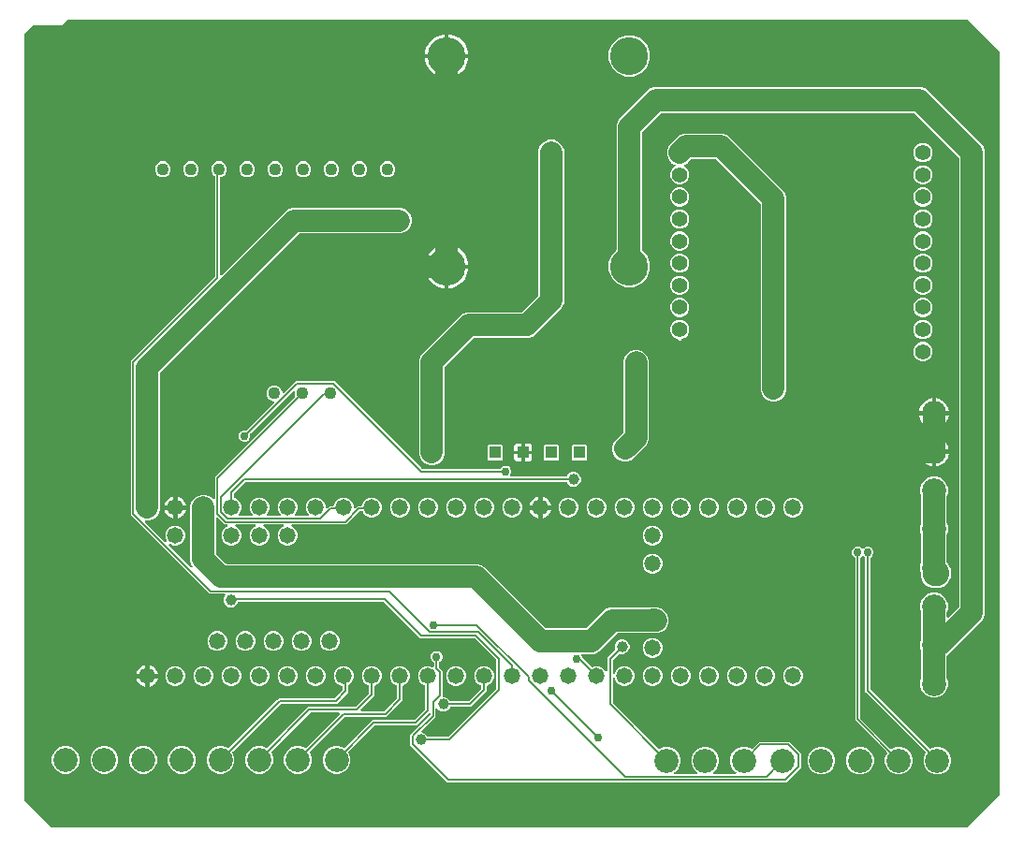
<source format=gbr>
G04 EAGLE Gerber RS-274X export*
G75*
%MOMM*%
%FSLAX34Y34*%
%LPD*%
%INBottom Copper*%
%IPPOS*%
%AMOC8*
5,1,8,0,0,1.08239X$1,22.5*%
G01*
%ADD10C,2.184400*%
%ADD11C,1.473200*%
%ADD12C,1.422400*%
%ADD13R,1.422400X1.422400*%
%ADD14C,3.422400*%
%ADD15R,1.108000X1.108000*%
%ADD16C,1.108000*%
%ADD17C,0.200000*%
%ADD18C,1.006400*%
%ADD19C,0.152400*%
%ADD20C,0.756400*%
%ADD21C,2.000000*%

G36*
X912045Y32834D02*
X912045Y32834D01*
X912141Y32839D01*
X912184Y32854D01*
X912229Y32861D01*
X912317Y32900D01*
X912408Y32932D01*
X912442Y32957D01*
X912486Y32977D01*
X912584Y33060D01*
X912657Y33113D01*
X941927Y62383D01*
X941984Y62460D01*
X942049Y62532D01*
X942069Y62573D01*
X942096Y62609D01*
X942130Y62699D01*
X942172Y62785D01*
X942178Y62827D01*
X942195Y62873D01*
X942205Y63001D01*
X942219Y63090D01*
X942219Y734350D01*
X942211Y734409D01*
X942211Y734422D01*
X942207Y734438D01*
X942206Y734445D01*
X942201Y734541D01*
X942186Y734584D01*
X942179Y734629D01*
X942140Y734717D01*
X942108Y734808D01*
X942083Y734842D01*
X942063Y734886D01*
X941980Y734984D01*
X941927Y735057D01*
X913407Y763577D01*
X913330Y763634D01*
X913258Y763699D01*
X913217Y763719D01*
X913181Y763746D01*
X913091Y763780D01*
X913005Y763822D01*
X912963Y763828D01*
X912917Y763845D01*
X912790Y763855D01*
X912700Y763869D01*
X99680Y763869D01*
X99585Y763856D01*
X99489Y763851D01*
X99446Y763836D01*
X99401Y763829D01*
X99313Y763790D01*
X99222Y763758D01*
X99188Y763733D01*
X99144Y763713D01*
X99047Y763630D01*
X98973Y763577D01*
X94272Y758875D01*
X93976Y758699D01*
X68250Y758699D01*
X68155Y758686D01*
X68059Y758681D01*
X68016Y758666D01*
X67971Y758659D01*
X67883Y758620D01*
X67792Y758588D01*
X67758Y758563D01*
X67714Y758543D01*
X67617Y758460D01*
X67543Y758407D01*
X60393Y751257D01*
X60336Y751180D01*
X60271Y751108D01*
X60251Y751067D01*
X60224Y751031D01*
X60190Y750941D01*
X60148Y750855D01*
X60142Y750813D01*
X60125Y750767D01*
X60115Y750640D01*
X60101Y750550D01*
X60101Y57870D01*
X60114Y57775D01*
X60119Y57679D01*
X60134Y57636D01*
X60141Y57591D01*
X60180Y57503D01*
X60212Y57412D01*
X60237Y57378D01*
X60257Y57334D01*
X60340Y57237D01*
X60393Y57163D01*
X84443Y33113D01*
X84520Y33056D01*
X84592Y32991D01*
X84633Y32971D01*
X84669Y32944D01*
X84759Y32910D01*
X84845Y32868D01*
X84887Y32862D01*
X84933Y32845D01*
X85061Y32835D01*
X85150Y32821D01*
X911950Y32821D01*
X912045Y32834D01*
G37*
%LPC*%
G36*
X442537Y73913D02*
X442537Y73913D01*
X409193Y107257D01*
X409193Y116771D01*
X427189Y134767D01*
X427246Y134843D01*
X427311Y134915D01*
X427331Y134956D01*
X427358Y134992D01*
X427392Y135082D01*
X427434Y135169D01*
X427440Y135211D01*
X427457Y135256D01*
X427467Y135384D01*
X427481Y135473D01*
X427481Y135478D01*
X427477Y135508D01*
X427479Y135537D01*
X427479Y135539D01*
X427479Y135542D01*
X427457Y135649D01*
X427441Y135758D01*
X427428Y135787D01*
X427422Y135819D01*
X427370Y135915D01*
X427325Y136015D01*
X427304Y136039D01*
X427289Y136067D01*
X427213Y136146D01*
X427142Y136229D01*
X427115Y136246D01*
X427092Y136270D01*
X426997Y136323D01*
X426906Y136383D01*
X426875Y136393D01*
X426847Y136409D01*
X426740Y136434D01*
X426636Y136466D01*
X426604Y136466D01*
X426573Y136474D01*
X426463Y136468D01*
X426354Y136469D01*
X426323Y136461D01*
X426291Y136459D01*
X426188Y136423D01*
X426082Y136394D01*
X426055Y136377D01*
X426024Y136367D01*
X425951Y136313D01*
X425842Y136246D01*
X425810Y136210D01*
X425775Y136185D01*
X415026Y125435D01*
X377660Y125435D01*
X377565Y125422D01*
X377469Y125417D01*
X377425Y125402D01*
X377380Y125395D01*
X377293Y125356D01*
X377202Y125324D01*
X377168Y125299D01*
X377124Y125279D01*
X377026Y125196D01*
X376953Y125143D01*
X353484Y101674D01*
X353479Y101666D01*
X353471Y101660D01*
X353394Y101553D01*
X353315Y101448D01*
X353312Y101439D01*
X353306Y101432D01*
X353262Y101308D01*
X353215Y101184D01*
X353215Y101175D01*
X353212Y101166D01*
X353204Y101034D01*
X353194Y100903D01*
X353196Y100894D01*
X353195Y100884D01*
X353213Y100809D01*
X353251Y100627D01*
X353263Y100606D01*
X353268Y100585D01*
X354887Y96676D01*
X354887Y91724D01*
X352992Y87149D01*
X349491Y83648D01*
X344916Y81753D01*
X339964Y81753D01*
X335389Y83648D01*
X331888Y87149D01*
X329993Y91724D01*
X329993Y96676D01*
X331888Y101251D01*
X335389Y104752D01*
X339964Y106647D01*
X344916Y106647D01*
X348825Y105028D01*
X348834Y105025D01*
X348842Y105021D01*
X348971Y104990D01*
X349098Y104958D01*
X349107Y104958D01*
X349117Y104956D01*
X349249Y104962D01*
X349380Y104967D01*
X349389Y104969D01*
X349398Y104970D01*
X349523Y105013D01*
X349648Y105054D01*
X349656Y105059D01*
X349665Y105062D01*
X349727Y105108D01*
X349881Y105213D01*
X349896Y105232D01*
X349914Y105244D01*
X375154Y130485D01*
X412520Y130485D01*
X412615Y130498D01*
X412711Y130503D01*
X412755Y130518D01*
X412800Y130525D01*
X412887Y130564D01*
X412978Y130596D01*
X413012Y130621D01*
X413056Y130641D01*
X413154Y130724D01*
X413227Y130777D01*
X422433Y139983D01*
X422490Y140060D01*
X422555Y140131D01*
X422575Y140172D01*
X422602Y140209D01*
X422636Y140299D01*
X422678Y140385D01*
X422684Y140427D01*
X422701Y140473D01*
X422709Y140572D01*
X422713Y140586D01*
X422714Y140616D01*
X422725Y140690D01*
X422725Y160895D01*
X422724Y160904D01*
X422725Y160914D01*
X422704Y161044D01*
X422685Y161174D01*
X422682Y161183D01*
X422680Y161192D01*
X422623Y161312D01*
X422569Y161431D01*
X422563Y161438D01*
X422559Y161447D01*
X422471Y161546D01*
X422386Y161645D01*
X422378Y161650D01*
X422372Y161658D01*
X422306Y161698D01*
X422150Y161800D01*
X422127Y161807D01*
X422108Y161818D01*
X420214Y162603D01*
X417713Y165104D01*
X416359Y168371D01*
X416359Y171908D01*
X417713Y175176D01*
X420214Y177677D01*
X423482Y179031D01*
X427018Y179031D01*
X429148Y178149D01*
X429262Y178119D01*
X429376Y178085D01*
X429399Y178084D01*
X429421Y178079D01*
X429539Y178083D01*
X429658Y178081D01*
X429680Y178087D01*
X429703Y178088D01*
X429815Y178124D01*
X429930Y178156D01*
X429949Y178168D01*
X429971Y178175D01*
X430069Y178242D01*
X430170Y178304D01*
X430185Y178321D01*
X430204Y178334D01*
X430279Y178426D01*
X430359Y178514D01*
X430369Y178534D01*
X430383Y178552D01*
X430430Y178661D01*
X430482Y178767D01*
X430485Y178789D01*
X430495Y178811D01*
X430517Y178996D01*
X430529Y179072D01*
X430529Y181988D01*
X430528Y181997D01*
X430529Y182006D01*
X430508Y182136D01*
X430489Y182267D01*
X430486Y182275D01*
X430484Y182285D01*
X430427Y182404D01*
X430373Y182524D01*
X430367Y182531D01*
X430363Y182540D01*
X430275Y182638D01*
X430190Y182738D01*
X430182Y182743D01*
X430176Y182750D01*
X430110Y182790D01*
X429954Y182892D01*
X429931Y182900D01*
X429912Y182911D01*
X429810Y182953D01*
X428317Y184446D01*
X427509Y186396D01*
X427509Y188508D01*
X428317Y190458D01*
X429810Y191951D01*
X431760Y192759D01*
X433872Y192759D01*
X435822Y191951D01*
X437315Y190458D01*
X438123Y188508D01*
X438123Y186396D01*
X437315Y184446D01*
X435822Y182953D01*
X435720Y182911D01*
X435711Y182906D01*
X435702Y182903D01*
X435590Y182834D01*
X435477Y182767D01*
X435470Y182760D01*
X435462Y182755D01*
X435374Y182658D01*
X435284Y182561D01*
X435280Y182553D01*
X435273Y182546D01*
X435216Y182427D01*
X435156Y182310D01*
X435154Y182301D01*
X435150Y182292D01*
X435138Y182216D01*
X435104Y182033D01*
X435106Y182009D01*
X435103Y181988D01*
X435103Y178145D01*
X435116Y178050D01*
X435121Y177954D01*
X435136Y177911D01*
X435143Y177866D01*
X435182Y177778D01*
X435214Y177688D01*
X435239Y177653D01*
X435259Y177609D01*
X435342Y177512D01*
X435395Y177439D01*
X438151Y174683D01*
X438151Y152106D01*
X438160Y152042D01*
X438159Y151978D01*
X438180Y151903D01*
X438191Y151827D01*
X438217Y151768D01*
X438234Y151706D01*
X438275Y151640D01*
X438307Y151570D01*
X438349Y151521D01*
X438382Y151466D01*
X438440Y151414D01*
X438490Y151356D01*
X438544Y151320D01*
X438592Y151277D01*
X438661Y151244D01*
X438726Y151201D01*
X438788Y151182D01*
X438845Y151154D01*
X438915Y151143D01*
X438996Y151119D01*
X439081Y151118D01*
X439150Y151107D01*
X440534Y151107D01*
X442944Y150109D01*
X444789Y148264D01*
X445026Y147692D01*
X445030Y147683D01*
X445033Y147674D01*
X445102Y147562D01*
X445169Y147449D01*
X445176Y147442D01*
X445181Y147434D01*
X445279Y147346D01*
X445375Y147256D01*
X445383Y147252D01*
X445390Y147245D01*
X445509Y147188D01*
X445626Y147128D01*
X445636Y147126D01*
X445644Y147122D01*
X445721Y147110D01*
X445904Y147076D01*
X445927Y147078D01*
X445949Y147075D01*
X461350Y147075D01*
X461445Y147088D01*
X461541Y147093D01*
X461585Y147108D01*
X461630Y147115D01*
X461717Y147154D01*
X461808Y147186D01*
X461842Y147211D01*
X461886Y147231D01*
X461984Y147314D01*
X462057Y147367D01*
X473253Y158563D01*
X473310Y158640D01*
X473375Y158711D01*
X473395Y158752D01*
X473422Y158789D01*
X473456Y158879D01*
X473498Y158965D01*
X473504Y159007D01*
X473521Y159053D01*
X473531Y159180D01*
X473545Y159270D01*
X473545Y160887D01*
X473544Y160896D01*
X473545Y160905D01*
X473524Y161035D01*
X473505Y161166D01*
X473502Y161174D01*
X473500Y161184D01*
X473443Y161303D01*
X473389Y161423D01*
X473383Y161430D01*
X473379Y161438D01*
X473291Y161537D01*
X473206Y161637D01*
X473198Y161642D01*
X473192Y161649D01*
X473126Y161689D01*
X472970Y161791D01*
X472947Y161798D01*
X472928Y161810D01*
X471014Y162603D01*
X468513Y165104D01*
X467159Y168371D01*
X467159Y171908D01*
X468513Y175176D01*
X471014Y177677D01*
X474282Y179031D01*
X477818Y179031D01*
X481086Y177677D01*
X483587Y175176D01*
X484941Y171908D01*
X484941Y168371D01*
X483587Y165104D01*
X481086Y162603D01*
X479212Y161826D01*
X479203Y161822D01*
X479194Y161819D01*
X479082Y161749D01*
X478969Y161683D01*
X478962Y161676D01*
X478954Y161671D01*
X478866Y161573D01*
X478776Y161477D01*
X478772Y161469D01*
X478765Y161462D01*
X478708Y161343D01*
X478648Y161226D01*
X478646Y161216D01*
X478642Y161208D01*
X478630Y161132D01*
X478596Y160948D01*
X478598Y160925D01*
X478595Y160903D01*
X478595Y156764D01*
X463856Y142025D01*
X445949Y142025D01*
X445939Y142024D01*
X445930Y142025D01*
X445800Y142004D01*
X445670Y141985D01*
X445661Y141982D01*
X445652Y141980D01*
X445532Y141923D01*
X445413Y141869D01*
X445405Y141863D01*
X445397Y141859D01*
X445299Y141772D01*
X445198Y141686D01*
X445193Y141678D01*
X445186Y141672D01*
X445146Y141606D01*
X445044Y141450D01*
X445037Y141427D01*
X445026Y141408D01*
X444789Y140836D01*
X442944Y138991D01*
X440534Y137993D01*
X437926Y137993D01*
X435516Y138991D01*
X433761Y140747D01*
X433735Y140766D01*
X433714Y140791D01*
X433622Y140851D01*
X433535Y140916D01*
X433505Y140927D01*
X433478Y140945D01*
X433373Y140977D01*
X433271Y141016D01*
X433239Y141018D01*
X433208Y141028D01*
X433099Y141029D01*
X432990Y141037D01*
X432958Y141031D01*
X432926Y141031D01*
X432821Y141002D01*
X432714Y140980D01*
X432685Y140965D01*
X432654Y140956D01*
X432561Y140899D01*
X432465Y140847D01*
X432442Y140825D01*
X432414Y140808D01*
X432341Y140727D01*
X432263Y140651D01*
X432247Y140623D01*
X432225Y140599D01*
X432178Y140500D01*
X432124Y140405D01*
X432116Y140374D01*
X432102Y140345D01*
X432088Y140256D01*
X432059Y140131D01*
X432061Y140082D01*
X432055Y140040D01*
X432055Y133165D01*
X419572Y120683D01*
X419553Y120657D01*
X419529Y120636D01*
X419469Y120544D01*
X419403Y120457D01*
X419392Y120427D01*
X419374Y120400D01*
X419342Y120295D01*
X419304Y120193D01*
X419301Y120161D01*
X419292Y120130D01*
X419290Y120021D01*
X419282Y119912D01*
X419288Y119880D01*
X419288Y119848D01*
X419317Y119743D01*
X419339Y119636D01*
X419355Y119607D01*
X419363Y119576D01*
X419421Y119483D01*
X419472Y119387D01*
X419494Y119364D01*
X419511Y119336D01*
X419592Y119263D01*
X419669Y119185D01*
X419697Y119169D01*
X419721Y119147D01*
X419819Y119100D01*
X419914Y119046D01*
X419945Y119038D01*
X419974Y119024D01*
X420015Y119018D01*
X422524Y117979D01*
X424369Y116134D01*
X424606Y115562D01*
X424610Y115553D01*
X424613Y115544D01*
X424682Y115432D01*
X424749Y115319D01*
X424756Y115312D01*
X424761Y115304D01*
X424859Y115216D01*
X424955Y115126D01*
X424963Y115122D01*
X424970Y115115D01*
X425089Y115058D01*
X425206Y114998D01*
X425216Y114996D01*
X425224Y114992D01*
X425301Y114980D01*
X425484Y114946D01*
X425507Y114948D01*
X425529Y114945D01*
X442630Y114945D01*
X442725Y114958D01*
X442821Y114963D01*
X442865Y114978D01*
X442910Y114985D01*
X442997Y115024D01*
X443088Y115056D01*
X443122Y115081D01*
X443166Y115101D01*
X443264Y115184D01*
X443337Y115237D01*
X486703Y158603D01*
X486760Y158680D01*
X486825Y158751D01*
X486845Y158792D01*
X486872Y158829D01*
X486906Y158919D01*
X486948Y159005D01*
X486954Y159047D01*
X486971Y159093D01*
X486981Y159220D01*
X486995Y159310D01*
X486995Y184280D01*
X486982Y184375D01*
X486977Y184471D01*
X486962Y184515D01*
X486955Y184560D01*
X486916Y184647D01*
X486884Y184738D01*
X486859Y184772D01*
X486839Y184816D01*
X486756Y184914D01*
X486703Y184987D01*
X467777Y203913D01*
X467700Y203970D01*
X467629Y204035D01*
X467588Y204055D01*
X467551Y204082D01*
X467461Y204116D01*
X467375Y204158D01*
X467333Y204164D01*
X467287Y204181D01*
X467160Y204191D01*
X467070Y204205D01*
X418064Y204205D01*
X385287Y236983D01*
X385210Y237040D01*
X385139Y237105D01*
X385098Y237125D01*
X385061Y237152D01*
X384971Y237186D01*
X384885Y237228D01*
X384843Y237234D01*
X384797Y237251D01*
X384670Y237261D01*
X384580Y237275D01*
X253985Y237275D01*
X253976Y237274D01*
X253966Y237275D01*
X253836Y237254D01*
X253706Y237235D01*
X253697Y237232D01*
X253688Y237230D01*
X253569Y237173D01*
X253449Y237119D01*
X253442Y237113D01*
X253433Y237109D01*
X253335Y237021D01*
X253235Y236936D01*
X253229Y236928D01*
X253222Y236922D01*
X253182Y236856D01*
X253080Y236700D01*
X253073Y236677D01*
X253062Y236658D01*
X252469Y235226D01*
X250624Y233381D01*
X248214Y232383D01*
X245606Y232383D01*
X243196Y233381D01*
X241351Y235226D01*
X240353Y237636D01*
X240353Y240244D01*
X241351Y242654D01*
X241593Y242895D01*
X241612Y242921D01*
X241637Y242942D01*
X241697Y243034D01*
X241762Y243121D01*
X241773Y243151D01*
X241791Y243178D01*
X241823Y243283D01*
X241862Y243385D01*
X241864Y243417D01*
X241874Y243448D01*
X241875Y243557D01*
X241883Y243666D01*
X241877Y243698D01*
X241877Y243730D01*
X241848Y243835D01*
X241826Y243942D01*
X241811Y243971D01*
X241802Y244002D01*
X241745Y244095D01*
X241693Y244191D01*
X241671Y244214D01*
X241654Y244242D01*
X241573Y244315D01*
X241497Y244393D01*
X241469Y244409D01*
X241445Y244431D01*
X241346Y244478D01*
X241251Y244532D01*
X241220Y244540D01*
X241191Y244554D01*
X241101Y244568D01*
X240977Y244597D01*
X240928Y244595D01*
X240886Y244601D01*
X227653Y244601D01*
X156209Y316045D01*
X156209Y455099D01*
X232117Y531007D01*
X232174Y531083D01*
X232239Y531155D01*
X232259Y531196D01*
X232286Y531232D01*
X232320Y531322D01*
X232362Y531409D01*
X232368Y531451D01*
X232385Y531496D01*
X232395Y531624D01*
X232409Y531713D01*
X232409Y621796D01*
X232396Y621891D01*
X232391Y621987D01*
X232376Y622030D01*
X232369Y622075D01*
X232330Y622162D01*
X232298Y622253D01*
X232273Y622288D01*
X232253Y622332D01*
X232170Y622429D01*
X232117Y622502D01*
X230091Y624528D01*
X229015Y627125D01*
X229015Y629935D01*
X230091Y632532D01*
X232078Y634519D01*
X234675Y635595D01*
X237485Y635595D01*
X240082Y634519D01*
X242069Y632532D01*
X243145Y629935D01*
X243145Y627125D01*
X242069Y624528D01*
X240082Y622541D01*
X237600Y621513D01*
X237591Y621508D01*
X237582Y621505D01*
X237470Y621436D01*
X237357Y621369D01*
X237350Y621362D01*
X237342Y621357D01*
X237254Y621259D01*
X237164Y621163D01*
X237160Y621155D01*
X237153Y621148D01*
X237096Y621029D01*
X237036Y620912D01*
X237034Y620902D01*
X237030Y620894D01*
X237018Y620818D01*
X236984Y620635D01*
X236986Y620611D01*
X236983Y620589D01*
X236983Y533744D01*
X236987Y533712D01*
X236985Y533679D01*
X237007Y533573D01*
X237023Y533464D01*
X237036Y533435D01*
X237042Y533403D01*
X237094Y533307D01*
X237139Y533207D01*
X237160Y533183D01*
X237175Y533154D01*
X237251Y533076D01*
X237322Y532993D01*
X237349Y532975D01*
X237372Y532952D01*
X237467Y532899D01*
X237558Y532839D01*
X237589Y532829D01*
X237617Y532813D01*
X237724Y532788D01*
X237828Y532756D01*
X237860Y532756D01*
X237891Y532748D01*
X238001Y532754D01*
X238110Y532753D01*
X238141Y532761D01*
X238173Y532763D01*
X238276Y532799D01*
X238382Y532828D01*
X238409Y532845D01*
X238440Y532855D01*
X238513Y532909D01*
X238622Y532976D01*
X238654Y533012D01*
X238689Y533037D01*
X294189Y588538D01*
X297572Y591920D01*
X301808Y593675D01*
X401302Y593675D01*
X405538Y591920D01*
X408780Y588678D01*
X410535Y584442D01*
X410535Y579858D01*
X408780Y575622D01*
X405538Y572380D01*
X401302Y570625D01*
X309288Y570625D01*
X309193Y570612D01*
X309096Y570607D01*
X309053Y570592D01*
X309008Y570585D01*
X308921Y570546D01*
X308830Y570514D01*
X308796Y570489D01*
X308751Y570469D01*
X308654Y570386D01*
X308581Y570333D01*
X183067Y444819D01*
X183010Y444742D01*
X182945Y444671D01*
X182925Y444630D01*
X182898Y444593D01*
X182864Y444503D01*
X182822Y444417D01*
X182816Y444375D01*
X182799Y444330D01*
X182789Y444202D01*
X182775Y444112D01*
X182775Y320248D01*
X181020Y316012D01*
X177778Y312770D01*
X173542Y311015D01*
X170119Y311015D01*
X170087Y311011D01*
X170055Y311013D01*
X169948Y310991D01*
X169840Y310975D01*
X169810Y310962D01*
X169779Y310956D01*
X169682Y310904D01*
X169583Y310859D01*
X169558Y310838D01*
X169530Y310823D01*
X169452Y310747D01*
X169369Y310676D01*
X169351Y310649D01*
X169328Y310626D01*
X169274Y310531D01*
X169214Y310440D01*
X169205Y310409D01*
X169189Y310381D01*
X169164Y310274D01*
X169132Y310170D01*
X169131Y310138D01*
X169124Y310107D01*
X169129Y309997D01*
X169128Y309888D01*
X169137Y309857D01*
X169138Y309825D01*
X169174Y309722D01*
X169203Y309616D01*
X169220Y309589D01*
X169231Y309558D01*
X169284Y309485D01*
X169351Y309376D01*
X169387Y309344D01*
X169412Y309309D01*
X187325Y291397D01*
X187394Y291345D01*
X187457Y291286D01*
X187506Y291261D01*
X187550Y291228D01*
X187631Y291197D01*
X187709Y291158D01*
X187763Y291148D01*
X187814Y291129D01*
X187901Y291122D01*
X187986Y291106D01*
X188041Y291111D01*
X188095Y291107D01*
X188180Y291124D01*
X188267Y291133D01*
X188318Y291153D01*
X188371Y291164D01*
X188448Y291205D01*
X188529Y291237D01*
X188572Y291271D01*
X188620Y291297D01*
X188683Y291357D01*
X188751Y291411D01*
X188783Y291455D01*
X188822Y291494D01*
X188865Y291569D01*
X188916Y291639D01*
X188934Y291691D01*
X188961Y291739D01*
X188981Y291824D01*
X189010Y291905D01*
X189014Y291960D01*
X189026Y292013D01*
X189022Y292100D01*
X189027Y292187D01*
X189015Y292236D01*
X189012Y292295D01*
X188975Y292403D01*
X188954Y292486D01*
X187759Y295371D01*
X187759Y298908D01*
X189113Y302176D01*
X191614Y304677D01*
X194882Y306031D01*
X198418Y306031D01*
X201686Y304677D01*
X204187Y302176D01*
X205541Y298908D01*
X205541Y295371D01*
X204187Y292104D01*
X201686Y289603D01*
X198418Y288249D01*
X194882Y288249D01*
X191996Y289444D01*
X191912Y289466D01*
X191831Y289497D01*
X191776Y289501D01*
X191723Y289514D01*
X191636Y289512D01*
X191550Y289518D01*
X191496Y289507D01*
X191441Y289505D01*
X191359Y289478D01*
X191274Y289461D01*
X191225Y289435D01*
X191173Y289418D01*
X191101Y289369D01*
X191025Y289328D01*
X190985Y289290D01*
X190940Y289259D01*
X190885Y289192D01*
X190823Y289132D01*
X190796Y289084D01*
X190761Y289041D01*
X190726Y288962D01*
X190684Y288886D01*
X190671Y288833D01*
X190649Y288782D01*
X190639Y288696D01*
X190619Y288612D01*
X190622Y288557D01*
X190615Y288502D01*
X190629Y288417D01*
X190633Y288330D01*
X190651Y288278D01*
X190660Y288224D01*
X190697Y288146D01*
X190726Y288064D01*
X190756Y288022D01*
X190781Y287969D01*
X190857Y287884D01*
X190907Y287815D01*
X210391Y268331D01*
X210461Y268278D01*
X210524Y268219D01*
X210573Y268194D01*
X210617Y268161D01*
X210698Y268131D01*
X210776Y268091D01*
X210830Y268081D01*
X210881Y268062D01*
X210967Y268055D01*
X211053Y268039D01*
X211107Y268044D01*
X211162Y268040D01*
X211247Y268058D01*
X211333Y268066D01*
X211384Y268086D01*
X211438Y268098D01*
X211515Y268138D01*
X211595Y268170D01*
X211639Y268204D01*
X211687Y268230D01*
X211749Y268291D01*
X211818Y268344D01*
X211850Y268388D01*
X211889Y268427D01*
X211932Y268502D01*
X211983Y268573D01*
X212001Y268624D01*
X212028Y268672D01*
X212048Y268757D01*
X212077Y268838D01*
X212080Y268893D01*
X212093Y268947D01*
X212089Y269033D01*
X212094Y269120D01*
X212082Y269169D01*
X212079Y269228D01*
X212041Y269336D01*
X212021Y269419D01*
X210195Y273828D01*
X210195Y324502D01*
X211950Y328738D01*
X215522Y332310D01*
X219758Y334065D01*
X224342Y334065D01*
X228578Y332310D01*
X230703Y330185D01*
X230729Y330166D01*
X230750Y330141D01*
X230842Y330081D01*
X230929Y330016D01*
X230959Y330004D01*
X230986Y329987D01*
X231091Y329955D01*
X231193Y329916D01*
X231225Y329914D01*
X231256Y329904D01*
X231365Y329903D01*
X231474Y329894D01*
X231506Y329901D01*
X231538Y329901D01*
X231643Y329930D01*
X231750Y329952D01*
X231779Y329967D01*
X231810Y329976D01*
X231903Y330033D01*
X231999Y330084D01*
X232022Y330107D01*
X232050Y330124D01*
X232123Y330205D01*
X232201Y330281D01*
X232217Y330309D01*
X232239Y330333D01*
X232286Y330431D01*
X232340Y330527D01*
X232348Y330558D01*
X232362Y330587D01*
X232376Y330676D01*
X232405Y330801D01*
X232403Y330850D01*
X232409Y330892D01*
X232409Y349943D01*
X304780Y422314D01*
X304786Y422322D01*
X304793Y422328D01*
X304871Y422434D01*
X304950Y422540D01*
X304953Y422549D01*
X304959Y422556D01*
X305002Y422680D01*
X305049Y422804D01*
X305050Y422813D01*
X305053Y422822D01*
X305061Y422954D01*
X305071Y423085D01*
X305069Y423094D01*
X305070Y423104D01*
X305051Y423179D01*
X305013Y423361D01*
X305002Y423382D01*
X304997Y423403D01*
X304615Y424325D01*
X304615Y426985D01*
X304611Y427017D01*
X304613Y427049D01*
X304591Y427156D01*
X304575Y427264D01*
X304562Y427294D01*
X304556Y427325D01*
X304504Y427422D01*
X304459Y427521D01*
X304438Y427546D01*
X304423Y427574D01*
X304347Y427652D01*
X304276Y427735D01*
X304249Y427753D01*
X304226Y427776D01*
X304131Y427830D01*
X304040Y427890D01*
X304009Y427899D01*
X303981Y427915D01*
X303874Y427940D01*
X303770Y427972D01*
X303738Y427973D01*
X303707Y427980D01*
X303597Y427975D01*
X303488Y427976D01*
X303457Y427967D01*
X303425Y427966D01*
X303322Y427930D01*
X303216Y427901D01*
X303189Y427884D01*
X303158Y427873D01*
X303085Y427820D01*
X302976Y427753D01*
X302944Y427717D01*
X302909Y427692D01*
X264561Y389343D01*
X264555Y389335D01*
X264548Y389330D01*
X264471Y389223D01*
X264392Y389117D01*
X264388Y389108D01*
X264383Y389101D01*
X264339Y388977D01*
X264292Y388854D01*
X264291Y388844D01*
X264288Y388835D01*
X264280Y388704D01*
X264270Y388572D01*
X264272Y388563D01*
X264272Y388554D01*
X264290Y388478D01*
X264328Y388296D01*
X264339Y388275D01*
X264344Y388254D01*
X264387Y388152D01*
X264387Y386040D01*
X263579Y384090D01*
X262086Y382597D01*
X260136Y381789D01*
X258024Y381789D01*
X256074Y382597D01*
X254581Y384090D01*
X253773Y386040D01*
X253773Y388152D01*
X254581Y390102D01*
X256074Y391595D01*
X258024Y392403D01*
X260136Y392403D01*
X260238Y392360D01*
X260247Y392358D01*
X260255Y392353D01*
X260384Y392323D01*
X260511Y392290D01*
X260521Y392291D01*
X260530Y392288D01*
X260663Y392295D01*
X260793Y392299D01*
X260802Y392302D01*
X260812Y392303D01*
X260936Y392346D01*
X261061Y392387D01*
X261069Y392392D01*
X261078Y392395D01*
X261140Y392441D01*
X261294Y392546D01*
X261310Y392564D01*
X261327Y392577D01*
X285710Y416959D01*
X285729Y416985D01*
X285753Y417006D01*
X285813Y417098D01*
X285879Y417185D01*
X285890Y417215D01*
X285908Y417242D01*
X285940Y417347D01*
X285978Y417449D01*
X285981Y417481D01*
X285990Y417512D01*
X285992Y417621D01*
X286000Y417730D01*
X285994Y417762D01*
X285994Y417794D01*
X285965Y417899D01*
X285943Y418006D01*
X285927Y418035D01*
X285919Y418066D01*
X285861Y418159D01*
X285810Y418255D01*
X285788Y418278D01*
X285771Y418306D01*
X285690Y418379D01*
X285613Y418457D01*
X285585Y418473D01*
X285561Y418495D01*
X285463Y418542D01*
X285368Y418596D01*
X285337Y418604D01*
X285308Y418618D01*
X285218Y418632D01*
X285093Y418661D01*
X285045Y418659D01*
X285003Y418665D01*
X284875Y418665D01*
X282278Y419741D01*
X280291Y421728D01*
X279215Y424325D01*
X279215Y427135D01*
X280291Y429732D01*
X282278Y431719D01*
X284875Y432795D01*
X287685Y432795D01*
X290282Y431719D01*
X292269Y429732D01*
X293345Y427135D01*
X293345Y427007D01*
X293349Y426975D01*
X293347Y426943D01*
X293369Y426836D01*
X293385Y426728D01*
X293398Y426698D01*
X293404Y426667D01*
X293456Y426570D01*
X293501Y426471D01*
X293522Y426446D01*
X293537Y426418D01*
X293613Y426340D01*
X293684Y426257D01*
X293711Y426239D01*
X293734Y426216D01*
X293829Y426162D01*
X293920Y426102D01*
X293951Y426093D01*
X293979Y426077D01*
X294086Y426052D01*
X294190Y426020D01*
X294222Y426019D01*
X294253Y426012D01*
X294363Y426017D01*
X294472Y426016D01*
X294503Y426025D01*
X294535Y426026D01*
X294638Y426062D01*
X294744Y426091D01*
X294771Y426108D01*
X294802Y426119D01*
X294875Y426172D01*
X294984Y426239D01*
X295016Y426275D01*
X295051Y426300D01*
X305377Y436627D01*
X340799Y436627D01*
X419755Y357671D01*
X419831Y357614D01*
X419903Y357549D01*
X419944Y357529D01*
X419980Y357502D01*
X420070Y357468D01*
X420157Y357426D01*
X420199Y357420D01*
X420244Y357403D01*
X420372Y357393D01*
X420461Y357379D01*
X489836Y357379D01*
X489845Y357380D01*
X489854Y357379D01*
X489984Y357400D01*
X490115Y357419D01*
X490123Y357422D01*
X490133Y357424D01*
X490252Y357481D01*
X490372Y357535D01*
X490379Y357541D01*
X490388Y357545D01*
X490486Y357633D01*
X490586Y357718D01*
X490591Y357726D01*
X490598Y357732D01*
X490638Y357798D01*
X490740Y357954D01*
X490748Y357977D01*
X490759Y357996D01*
X490801Y358098D01*
X492294Y359591D01*
X494244Y360399D01*
X496356Y360399D01*
X498306Y359591D01*
X499799Y358098D01*
X500607Y356148D01*
X500607Y354036D01*
X499782Y352046D01*
X499753Y351932D01*
X499718Y351818D01*
X499718Y351795D01*
X499712Y351773D01*
X499716Y351655D01*
X499715Y351536D01*
X499721Y351514D01*
X499721Y351491D01*
X499758Y351379D01*
X499790Y351264D01*
X499802Y351245D01*
X499809Y351223D01*
X499876Y351125D01*
X499938Y351024D01*
X499955Y351009D01*
X499968Y350990D01*
X500059Y350915D01*
X500147Y350835D01*
X500168Y350825D01*
X500185Y350811D01*
X500294Y350764D01*
X500401Y350712D01*
X500422Y350709D01*
X500444Y350699D01*
X500629Y350677D01*
X500706Y350665D01*
X550161Y350665D01*
X550171Y350666D01*
X550180Y350665D01*
X550310Y350686D01*
X550440Y350705D01*
X550449Y350708D01*
X550458Y350710D01*
X550578Y350767D01*
X550697Y350821D01*
X550705Y350827D01*
X550713Y350831D01*
X550811Y350918D01*
X550912Y351004D01*
X550917Y351012D01*
X550924Y351018D01*
X550964Y351084D01*
X551066Y351240D01*
X551073Y351263D01*
X551084Y351282D01*
X551321Y351854D01*
X553166Y353699D01*
X555576Y354697D01*
X558184Y354697D01*
X560594Y353699D01*
X562439Y351854D01*
X563437Y349444D01*
X563437Y346836D01*
X562439Y344426D01*
X560594Y342581D01*
X558184Y341583D01*
X555576Y341583D01*
X553166Y342581D01*
X551321Y344426D01*
X551084Y344998D01*
X551080Y345007D01*
X551077Y345016D01*
X551008Y345128D01*
X550941Y345241D01*
X550934Y345248D01*
X550929Y345256D01*
X550831Y345344D01*
X550735Y345434D01*
X550727Y345438D01*
X550720Y345445D01*
X550601Y345502D01*
X550484Y345562D01*
X550474Y345564D01*
X550466Y345568D01*
X550389Y345580D01*
X550206Y345614D01*
X550183Y345612D01*
X550161Y345615D01*
X260540Y345615D01*
X260445Y345602D01*
X260349Y345597D01*
X260305Y345582D01*
X260260Y345575D01*
X260173Y345536D01*
X260082Y345504D01*
X260048Y345479D01*
X260004Y345459D01*
X259906Y345376D01*
X259833Y345323D01*
X250267Y335757D01*
X250210Y335680D01*
X250145Y335609D01*
X250125Y335568D01*
X250098Y335531D01*
X250064Y335441D01*
X250022Y335355D01*
X250016Y335313D01*
X249999Y335267D01*
X249989Y335140D01*
X249975Y335050D01*
X249975Y331785D01*
X249976Y331776D01*
X249975Y331766D01*
X249996Y331636D01*
X250015Y331506D01*
X250018Y331497D01*
X250020Y331488D01*
X250077Y331368D01*
X250131Y331249D01*
X250137Y331242D01*
X250141Y331233D01*
X250229Y331135D01*
X250314Y331035D01*
X250322Y331030D01*
X250328Y331022D01*
X250394Y330983D01*
X250550Y330880D01*
X250573Y330873D01*
X250592Y330862D01*
X252486Y330077D01*
X254987Y327576D01*
X256341Y324308D01*
X256341Y320771D01*
X254987Y317504D01*
X253896Y316413D01*
X253877Y316387D01*
X253852Y316366D01*
X253792Y316274D01*
X253727Y316187D01*
X253715Y316157D01*
X253698Y316130D01*
X253666Y316025D01*
X253627Y315923D01*
X253625Y315891D01*
X253615Y315860D01*
X253614Y315751D01*
X253605Y315642D01*
X253612Y315610D01*
X253611Y315578D01*
X253641Y315473D01*
X253663Y315366D01*
X253678Y315337D01*
X253687Y315306D01*
X253744Y315213D01*
X253795Y315117D01*
X253818Y315094D01*
X253835Y315066D01*
X253916Y314993D01*
X253992Y314915D01*
X254020Y314899D01*
X254044Y314877D01*
X254142Y314830D01*
X254238Y314776D01*
X254269Y314768D01*
X254298Y314754D01*
X254387Y314740D01*
X254512Y314711D01*
X254560Y314713D01*
X254603Y314707D01*
X265697Y314707D01*
X265729Y314711D01*
X265762Y314709D01*
X265869Y314731D01*
X265977Y314747D01*
X266006Y314760D01*
X266038Y314766D01*
X266134Y314818D01*
X266234Y314863D01*
X266258Y314884D01*
X266287Y314899D01*
X266365Y314975D01*
X266448Y315046D01*
X266466Y315073D01*
X266489Y315096D01*
X266542Y315191D01*
X266602Y315282D01*
X266612Y315313D01*
X266628Y315341D01*
X266653Y315447D01*
X266685Y315552D01*
X266685Y315584D01*
X266693Y315615D01*
X266687Y315725D01*
X266689Y315834D01*
X266680Y315865D01*
X266678Y315897D01*
X266643Y316000D01*
X266613Y316106D01*
X266596Y316133D01*
X266586Y316164D01*
X266532Y316237D01*
X266465Y316346D01*
X266429Y316378D01*
X266404Y316413D01*
X265313Y317504D01*
X263959Y320771D01*
X263959Y324308D01*
X265313Y327576D01*
X267814Y330077D01*
X271082Y331431D01*
X274618Y331431D01*
X277886Y330077D01*
X280387Y327576D01*
X281741Y324308D01*
X281741Y320771D01*
X280387Y317504D01*
X279296Y316413D01*
X279277Y316387D01*
X279252Y316366D01*
X279192Y316274D01*
X279127Y316187D01*
X279115Y316157D01*
X279098Y316130D01*
X279066Y316025D01*
X279027Y315923D01*
X279025Y315891D01*
X279015Y315860D01*
X279014Y315751D01*
X279005Y315642D01*
X279012Y315610D01*
X279011Y315578D01*
X279041Y315473D01*
X279063Y315366D01*
X279078Y315337D01*
X279087Y315306D01*
X279144Y315213D01*
X279195Y315117D01*
X279218Y315094D01*
X279235Y315066D01*
X279316Y314993D01*
X279392Y314915D01*
X279420Y314899D01*
X279444Y314877D01*
X279542Y314830D01*
X279638Y314776D01*
X279669Y314768D01*
X279698Y314754D01*
X279787Y314740D01*
X279912Y314711D01*
X279960Y314713D01*
X280003Y314707D01*
X291097Y314707D01*
X291129Y314711D01*
X291162Y314709D01*
X291269Y314731D01*
X291377Y314747D01*
X291406Y314760D01*
X291438Y314766D01*
X291534Y314818D01*
X291634Y314863D01*
X291658Y314884D01*
X291687Y314899D01*
X291765Y314975D01*
X291848Y315046D01*
X291866Y315073D01*
X291889Y315096D01*
X291942Y315191D01*
X292002Y315282D01*
X292012Y315313D01*
X292028Y315341D01*
X292053Y315447D01*
X292085Y315552D01*
X292085Y315584D01*
X292093Y315615D01*
X292087Y315725D01*
X292089Y315834D01*
X292080Y315865D01*
X292078Y315897D01*
X292043Y316000D01*
X292013Y316106D01*
X291996Y316133D01*
X291986Y316164D01*
X291932Y316237D01*
X291865Y316346D01*
X291829Y316378D01*
X291804Y316413D01*
X290713Y317504D01*
X289359Y320771D01*
X289359Y324308D01*
X290713Y327576D01*
X293214Y330077D01*
X296482Y331431D01*
X300018Y331431D01*
X303286Y330077D01*
X305787Y327576D01*
X307141Y324308D01*
X307141Y320771D01*
X305787Y317504D01*
X304696Y316413D01*
X304677Y316387D01*
X304652Y316366D01*
X304592Y316274D01*
X304527Y316187D01*
X304515Y316157D01*
X304498Y316130D01*
X304466Y316025D01*
X304427Y315923D01*
X304425Y315891D01*
X304415Y315860D01*
X304414Y315751D01*
X304405Y315642D01*
X304412Y315610D01*
X304411Y315578D01*
X304441Y315473D01*
X304463Y315366D01*
X304478Y315337D01*
X304487Y315306D01*
X304544Y315213D01*
X304595Y315117D01*
X304618Y315094D01*
X304635Y315066D01*
X304716Y314993D01*
X304792Y314915D01*
X304820Y314899D01*
X304844Y314877D01*
X304942Y314830D01*
X305038Y314776D01*
X305069Y314768D01*
X305098Y314754D01*
X305187Y314740D01*
X305312Y314711D01*
X305360Y314713D01*
X305403Y314707D01*
X316497Y314707D01*
X316529Y314711D01*
X316562Y314709D01*
X316669Y314731D01*
X316777Y314747D01*
X316806Y314760D01*
X316838Y314766D01*
X316934Y314818D01*
X317034Y314863D01*
X317058Y314884D01*
X317087Y314899D01*
X317165Y314975D01*
X317248Y315046D01*
X317266Y315073D01*
X317289Y315096D01*
X317342Y315191D01*
X317402Y315282D01*
X317412Y315313D01*
X317428Y315341D01*
X317453Y315447D01*
X317485Y315552D01*
X317485Y315584D01*
X317493Y315615D01*
X317487Y315725D01*
X317489Y315834D01*
X317480Y315865D01*
X317478Y315897D01*
X317443Y316000D01*
X317413Y316106D01*
X317396Y316133D01*
X317386Y316164D01*
X317332Y316237D01*
X317265Y316346D01*
X317229Y316378D01*
X317204Y316413D01*
X316113Y317504D01*
X314759Y320771D01*
X314759Y324308D01*
X316113Y327576D01*
X318614Y330077D01*
X321882Y331431D01*
X325418Y331431D01*
X328686Y330077D01*
X331187Y327576D01*
X332541Y324308D01*
X332541Y322947D01*
X332545Y322915D01*
X332543Y322883D01*
X332565Y322776D01*
X332581Y322668D01*
X332594Y322638D01*
X332600Y322607D01*
X332652Y322510D01*
X332697Y322411D01*
X332718Y322386D01*
X332733Y322358D01*
X332809Y322280D01*
X332880Y322197D01*
X332907Y322179D01*
X332930Y322156D01*
X333025Y322102D01*
X333116Y322042D01*
X333147Y322033D01*
X333175Y322017D01*
X333281Y321992D01*
X333386Y321960D01*
X333418Y321959D01*
X333449Y321952D01*
X333559Y321957D01*
X333668Y321956D01*
X333699Y321965D01*
X333731Y321966D01*
X333834Y322002D01*
X333940Y322031D01*
X333967Y322048D01*
X333998Y322059D01*
X334071Y322112D01*
X334180Y322179D01*
X334212Y322215D01*
X334247Y322240D01*
X335857Y323851D01*
X339302Y323851D01*
X339311Y323852D01*
X339321Y323851D01*
X339451Y323872D01*
X339581Y323891D01*
X339590Y323894D01*
X339599Y323896D01*
X339719Y323953D01*
X339838Y324007D01*
X339845Y324013D01*
X339854Y324017D01*
X339953Y324105D01*
X340052Y324190D01*
X340058Y324198D01*
X340065Y324204D01*
X340105Y324270D01*
X340207Y324426D01*
X340214Y324449D01*
X340225Y324468D01*
X341513Y327576D01*
X344014Y330077D01*
X347282Y331431D01*
X350818Y331431D01*
X354086Y330077D01*
X356587Y327576D01*
X357941Y324308D01*
X357941Y322439D01*
X357945Y322407D01*
X357943Y322375D01*
X357965Y322268D01*
X357981Y322160D01*
X357994Y322130D01*
X358000Y322099D01*
X358052Y322002D01*
X358097Y321903D01*
X358118Y321878D01*
X358133Y321850D01*
X358209Y321772D01*
X358280Y321689D01*
X358307Y321671D01*
X358330Y321648D01*
X358425Y321594D01*
X358516Y321534D01*
X358547Y321525D01*
X358575Y321509D01*
X358682Y321484D01*
X358786Y321452D01*
X358818Y321451D01*
X358849Y321444D01*
X358959Y321449D01*
X359068Y321448D01*
X359099Y321457D01*
X359131Y321458D01*
X359234Y321494D01*
X359340Y321523D01*
X359367Y321540D01*
X359398Y321551D01*
X359471Y321604D01*
X359580Y321671D01*
X359612Y321707D01*
X359647Y321732D01*
X360133Y322219D01*
X361765Y323851D01*
X364702Y323851D01*
X364711Y323852D01*
X364721Y323851D01*
X364851Y323872D01*
X364981Y323891D01*
X364990Y323894D01*
X364999Y323896D01*
X365119Y323953D01*
X365238Y324007D01*
X365245Y324013D01*
X365254Y324017D01*
X365353Y324105D01*
X365452Y324190D01*
X365458Y324198D01*
X365465Y324204D01*
X365505Y324270D01*
X365607Y324426D01*
X365614Y324449D01*
X365625Y324468D01*
X366913Y327576D01*
X369414Y330077D01*
X372682Y331431D01*
X376218Y331431D01*
X379486Y330077D01*
X381987Y327576D01*
X383341Y324308D01*
X383341Y320771D01*
X381987Y317504D01*
X379486Y315003D01*
X376218Y313649D01*
X372682Y313649D01*
X369414Y315003D01*
X366913Y317504D01*
X366434Y318660D01*
X366429Y318669D01*
X366426Y318678D01*
X366357Y318790D01*
X366290Y318903D01*
X366283Y318910D01*
X366278Y318918D01*
X366181Y319006D01*
X366084Y319096D01*
X366076Y319100D01*
X366069Y319107D01*
X365951Y319164D01*
X365833Y319224D01*
X365824Y319226D01*
X365815Y319230D01*
X365739Y319242D01*
X365556Y319276D01*
X365532Y319274D01*
X365511Y319277D01*
X364073Y319277D01*
X363978Y319264D01*
X363882Y319259D01*
X363839Y319244D01*
X363794Y319237D01*
X363706Y319198D01*
X363615Y319166D01*
X363581Y319141D01*
X363537Y319121D01*
X363440Y319038D01*
X363367Y318985D01*
X353099Y308717D01*
X351467Y307085D01*
X302496Y307085D01*
X302410Y307073D01*
X302323Y307070D01*
X302271Y307053D01*
X302217Y307045D01*
X302138Y307010D01*
X302055Y306983D01*
X302010Y306952D01*
X301960Y306929D01*
X301894Y306873D01*
X301822Y306824D01*
X301787Y306782D01*
X301746Y306746D01*
X301698Y306673D01*
X301643Y306606D01*
X301621Y306556D01*
X301591Y306510D01*
X301566Y306427D01*
X301532Y306347D01*
X301525Y306293D01*
X301509Y306240D01*
X301508Y306153D01*
X301497Y306067D01*
X301506Y306013D01*
X301505Y305958D01*
X301528Y305874D01*
X301542Y305789D01*
X301566Y305739D01*
X301580Y305686D01*
X301626Y305612D01*
X301663Y305534D01*
X301700Y305493D01*
X301728Y305446D01*
X301793Y305388D01*
X301851Y305323D01*
X301894Y305297D01*
X301938Y305257D01*
X302040Y305208D01*
X302114Y305163D01*
X303286Y304677D01*
X305787Y302176D01*
X307141Y298908D01*
X307141Y295371D01*
X305787Y292104D01*
X303286Y289603D01*
X300018Y288249D01*
X296482Y288249D01*
X293214Y289603D01*
X290713Y292104D01*
X289359Y295371D01*
X289359Y298908D01*
X290713Y302176D01*
X293214Y304677D01*
X294386Y305163D01*
X294461Y305207D01*
X294540Y305243D01*
X294582Y305278D01*
X294629Y305306D01*
X294688Y305370D01*
X294754Y305426D01*
X294784Y305472D01*
X294822Y305512D01*
X294861Y305589D01*
X294909Y305662D01*
X294925Y305715D01*
X294950Y305764D01*
X294966Y305849D01*
X294991Y305932D01*
X294992Y305987D01*
X295002Y306041D01*
X294994Y306127D01*
X294995Y306214D01*
X294980Y306267D01*
X294975Y306321D01*
X294943Y306402D01*
X294920Y306486D01*
X294891Y306533D01*
X294871Y306583D01*
X294817Y306652D01*
X294772Y306726D01*
X294731Y306762D01*
X294697Y306806D01*
X294627Y306857D01*
X294562Y306915D01*
X294513Y306939D01*
X294468Y306971D01*
X294386Y307000D01*
X294308Y307038D01*
X294258Y307046D01*
X294203Y307065D01*
X294089Y307072D01*
X294004Y307085D01*
X277096Y307085D01*
X277010Y307073D01*
X276923Y307070D01*
X276871Y307053D01*
X276817Y307045D01*
X276738Y307010D01*
X276655Y306983D01*
X276610Y306952D01*
X276560Y306929D01*
X276494Y306873D01*
X276422Y306824D01*
X276387Y306782D01*
X276346Y306746D01*
X276298Y306673D01*
X276243Y306606D01*
X276221Y306556D01*
X276191Y306510D01*
X276166Y306427D01*
X276132Y306347D01*
X276125Y306293D01*
X276109Y306240D01*
X276108Y306153D01*
X276097Y306067D01*
X276106Y306013D01*
X276105Y305958D01*
X276128Y305874D01*
X276142Y305789D01*
X276166Y305739D01*
X276180Y305686D01*
X276226Y305612D01*
X276263Y305534D01*
X276300Y305493D01*
X276328Y305446D01*
X276393Y305388D01*
X276451Y305323D01*
X276494Y305297D01*
X276538Y305257D01*
X276640Y305208D01*
X276714Y305163D01*
X277886Y304677D01*
X280387Y302176D01*
X281741Y298908D01*
X281741Y295371D01*
X280387Y292104D01*
X277886Y289603D01*
X274618Y288249D01*
X271082Y288249D01*
X267814Y289603D01*
X265313Y292104D01*
X263959Y295371D01*
X263959Y298908D01*
X265313Y302176D01*
X267814Y304677D01*
X268986Y305163D01*
X269061Y305207D01*
X269140Y305243D01*
X269182Y305278D01*
X269229Y305306D01*
X269288Y305370D01*
X269354Y305426D01*
X269384Y305472D01*
X269422Y305512D01*
X269461Y305589D01*
X269509Y305662D01*
X269525Y305715D01*
X269550Y305764D01*
X269566Y305849D01*
X269591Y305932D01*
X269592Y305987D01*
X269602Y306041D01*
X269594Y306127D01*
X269595Y306214D01*
X269580Y306267D01*
X269575Y306321D01*
X269543Y306402D01*
X269520Y306486D01*
X269491Y306533D01*
X269471Y306583D01*
X269417Y306652D01*
X269372Y306726D01*
X269331Y306762D01*
X269297Y306806D01*
X269227Y306857D01*
X269162Y306915D01*
X269113Y306939D01*
X269068Y306971D01*
X268986Y307000D01*
X268908Y307038D01*
X268858Y307046D01*
X268803Y307065D01*
X268689Y307072D01*
X268604Y307085D01*
X251696Y307085D01*
X251610Y307073D01*
X251523Y307070D01*
X251471Y307053D01*
X251417Y307045D01*
X251338Y307010D01*
X251255Y306983D01*
X251210Y306952D01*
X251160Y306929D01*
X251094Y306873D01*
X251022Y306824D01*
X250987Y306782D01*
X250946Y306746D01*
X250898Y306673D01*
X250843Y306606D01*
X250821Y306556D01*
X250791Y306510D01*
X250766Y306427D01*
X250732Y306347D01*
X250725Y306293D01*
X250709Y306240D01*
X250708Y306153D01*
X250697Y306067D01*
X250706Y306013D01*
X250705Y305958D01*
X250728Y305874D01*
X250742Y305789D01*
X250766Y305739D01*
X250780Y305686D01*
X250826Y305612D01*
X250863Y305534D01*
X250900Y305493D01*
X250928Y305446D01*
X250993Y305388D01*
X251051Y305323D01*
X251094Y305297D01*
X251138Y305257D01*
X251240Y305208D01*
X251314Y305163D01*
X252486Y304677D01*
X254987Y302176D01*
X256341Y298908D01*
X256341Y295371D01*
X254987Y292104D01*
X252486Y289603D01*
X249218Y288249D01*
X245682Y288249D01*
X242414Y289603D01*
X239913Y292104D01*
X238559Y295371D01*
X238559Y298908D01*
X239913Y302176D01*
X242414Y304677D01*
X243586Y305163D01*
X243661Y305207D01*
X243740Y305243D01*
X243782Y305278D01*
X243829Y305306D01*
X243888Y305370D01*
X243954Y305426D01*
X243984Y305472D01*
X244022Y305512D01*
X244061Y305589D01*
X244109Y305662D01*
X244125Y305715D01*
X244150Y305764D01*
X244166Y305849D01*
X244191Y305932D01*
X244192Y305987D01*
X244202Y306041D01*
X244194Y306127D01*
X244195Y306214D01*
X244180Y306267D01*
X244175Y306321D01*
X244143Y306402D01*
X244120Y306486D01*
X244091Y306533D01*
X244071Y306583D01*
X244017Y306652D01*
X243972Y306726D01*
X243931Y306762D01*
X243897Y306806D01*
X243827Y306857D01*
X243762Y306915D01*
X243713Y306939D01*
X243668Y306971D01*
X243586Y307000D01*
X243508Y307038D01*
X243458Y307046D01*
X243403Y307065D01*
X243289Y307072D01*
X243204Y307085D01*
X241369Y307085D01*
X234951Y313504D01*
X234925Y313523D01*
X234904Y313547D01*
X234812Y313607D01*
X234725Y313673D01*
X234695Y313684D01*
X234668Y313702D01*
X234563Y313734D01*
X234461Y313772D01*
X234429Y313775D01*
X234398Y313784D01*
X234289Y313786D01*
X234180Y313794D01*
X234148Y313788D01*
X234116Y313788D01*
X234011Y313759D01*
X233904Y313737D01*
X233875Y313721D01*
X233844Y313713D01*
X233751Y313655D01*
X233655Y313604D01*
X233632Y313582D01*
X233604Y313565D01*
X233531Y313484D01*
X233453Y313407D01*
X233437Y313379D01*
X233415Y313355D01*
X233368Y313257D01*
X233314Y313162D01*
X233306Y313131D01*
X233292Y313102D01*
X233278Y313012D01*
X233249Y312887D01*
X233251Y312839D01*
X233245Y312797D01*
X233245Y281308D01*
X233258Y281213D01*
X233263Y281116D01*
X233278Y281073D01*
X233285Y281028D01*
X233324Y280941D01*
X233356Y280850D01*
X233381Y280816D01*
X233401Y280771D01*
X233484Y280674D01*
X233537Y280601D01*
X242481Y271657D01*
X242558Y271600D01*
X242629Y271535D01*
X242670Y271515D01*
X242707Y271488D01*
X242797Y271454D01*
X242883Y271412D01*
X242925Y271406D01*
X242970Y271389D01*
X243098Y271379D01*
X243188Y271365D01*
X471032Y271365D01*
X475268Y269610D01*
X531331Y213547D01*
X531408Y213490D01*
X531479Y213425D01*
X531520Y213405D01*
X531557Y213378D01*
X531647Y213344D01*
X531733Y213302D01*
X531775Y213296D01*
X531820Y213279D01*
X531948Y213269D01*
X532038Y213255D01*
X567802Y213255D01*
X567897Y213268D01*
X567994Y213273D01*
X568037Y213288D01*
X568082Y213295D01*
X568169Y213334D01*
X568260Y213366D01*
X568294Y213391D01*
X568339Y213411D01*
X568436Y213494D01*
X568509Y213547D01*
X585152Y230190D01*
X589388Y231945D01*
X624703Y231945D01*
X624745Y231951D01*
X624786Y231948D01*
X624870Y231968D01*
X624983Y231985D01*
X625036Y232009D01*
X625086Y232021D01*
X626158Y232465D01*
X633202Y232465D01*
X637438Y230710D01*
X641200Y226948D01*
X642955Y222712D01*
X642955Y218128D01*
X641200Y213892D01*
X637958Y210650D01*
X633722Y208895D01*
X596868Y208895D01*
X596773Y208882D01*
X596676Y208877D01*
X596633Y208862D01*
X596588Y208855D01*
X596501Y208816D01*
X596410Y208784D01*
X596376Y208759D01*
X596331Y208739D01*
X596234Y208656D01*
X596161Y208603D01*
X579518Y191960D01*
X575282Y190205D01*
X564776Y190205D01*
X564658Y190189D01*
X564540Y190177D01*
X564519Y190169D01*
X564497Y190165D01*
X564389Y190117D01*
X564278Y190073D01*
X564260Y190059D01*
X564240Y190049D01*
X564150Y189972D01*
X564056Y189899D01*
X564043Y189881D01*
X564025Y189866D01*
X563960Y189766D01*
X563891Y189670D01*
X563883Y189649D01*
X563871Y189630D01*
X563836Y189516D01*
X563796Y189405D01*
X563795Y189382D01*
X563788Y189360D01*
X563787Y189242D01*
X563780Y189123D01*
X563785Y189102D01*
X563785Y189078D01*
X563834Y188899D01*
X563853Y188824D01*
X564596Y187030D01*
X564617Y186994D01*
X564630Y186955D01*
X564681Y186885D01*
X564739Y186787D01*
X564782Y186747D01*
X564812Y186706D01*
X573009Y178509D01*
X573017Y178503D01*
X573023Y178495D01*
X573130Y178418D01*
X573235Y178339D01*
X573244Y178336D01*
X573251Y178330D01*
X573375Y178287D01*
X573499Y178240D01*
X573508Y178239D01*
X573517Y178236D01*
X573649Y178228D01*
X573780Y178218D01*
X573789Y178220D01*
X573799Y178219D01*
X573874Y178238D01*
X574056Y178276D01*
X574077Y178287D01*
X574098Y178292D01*
X575882Y179031D01*
X579418Y179031D01*
X582686Y177677D01*
X585187Y175176D01*
X585433Y174583D01*
X585477Y174508D01*
X585513Y174429D01*
X585548Y174388D01*
X585576Y174340D01*
X585640Y174281D01*
X585696Y174215D01*
X585742Y174185D01*
X585782Y174148D01*
X585859Y174108D01*
X585932Y174061D01*
X585985Y174045D01*
X586034Y174020D01*
X586119Y174004D01*
X586202Y173978D01*
X586257Y173978D01*
X586311Y173967D01*
X586397Y173976D01*
X586484Y173975D01*
X586537Y173989D01*
X586591Y173994D01*
X586672Y174027D01*
X586756Y174050D01*
X586802Y174079D01*
X586853Y174099D01*
X586922Y174152D01*
X586996Y174198D01*
X587032Y174239D01*
X587076Y174272D01*
X587127Y174343D01*
X587185Y174407D01*
X587209Y174457D01*
X587241Y174501D01*
X587270Y174583D01*
X587308Y174661D01*
X587316Y174711D01*
X587335Y174767D01*
X587342Y174880D01*
X587355Y174966D01*
X587355Y186666D01*
X594364Y193674D01*
X594369Y193682D01*
X594377Y193688D01*
X594454Y193795D01*
X594533Y193900D01*
X594536Y193909D01*
X594542Y193916D01*
X594586Y194040D01*
X594633Y194164D01*
X594633Y194173D01*
X594636Y194182D01*
X594644Y194314D01*
X594654Y194445D01*
X594652Y194454D01*
X594653Y194464D01*
X594635Y194539D01*
X594597Y194721D01*
X594585Y194742D01*
X594580Y194763D01*
X594343Y195336D01*
X594343Y197944D01*
X595341Y200354D01*
X597186Y202199D01*
X599596Y203197D01*
X602204Y203197D01*
X604614Y202199D01*
X606459Y200354D01*
X607457Y197944D01*
X607457Y195336D01*
X606459Y192926D01*
X604614Y191081D01*
X602204Y190083D01*
X599596Y190083D01*
X599023Y190320D01*
X599014Y190323D01*
X599006Y190327D01*
X598876Y190358D01*
X598750Y190390D01*
X598741Y190390D01*
X598731Y190392D01*
X598599Y190386D01*
X598468Y190381D01*
X598459Y190378D01*
X598450Y190378D01*
X598325Y190335D01*
X598200Y190294D01*
X598192Y190289D01*
X598183Y190286D01*
X598121Y190240D01*
X597967Y190135D01*
X597952Y190116D01*
X597934Y190104D01*
X592697Y184867D01*
X592640Y184790D01*
X592575Y184719D01*
X592555Y184678D01*
X592528Y184641D01*
X592494Y184551D01*
X592452Y184465D01*
X592446Y184423D01*
X592429Y184377D01*
X592419Y184250D01*
X592405Y184160D01*
X592405Y172696D01*
X592414Y172634D01*
X592413Y172588D01*
X592418Y172568D01*
X592420Y172524D01*
X592437Y172471D01*
X592445Y172417D01*
X592480Y172338D01*
X592507Y172255D01*
X592538Y172210D01*
X592561Y172160D01*
X592617Y172094D01*
X592666Y172022D01*
X592708Y171988D01*
X592744Y171946D01*
X592817Y171898D01*
X592884Y171843D01*
X592934Y171821D01*
X592980Y171791D01*
X593063Y171766D01*
X593143Y171732D01*
X593197Y171725D01*
X593250Y171709D01*
X593337Y171708D01*
X593423Y171697D01*
X593477Y171706D01*
X593532Y171705D01*
X593616Y171728D01*
X593701Y171742D01*
X593751Y171766D01*
X593804Y171780D01*
X593878Y171826D01*
X593956Y171863D01*
X593997Y171900D01*
X594044Y171929D01*
X594102Y171993D01*
X594167Y172051D01*
X594193Y172094D01*
X594233Y172138D01*
X594280Y172235D01*
X594317Y172292D01*
X594320Y172302D01*
X594327Y172314D01*
X595513Y175176D01*
X598014Y177677D01*
X601282Y179031D01*
X604818Y179031D01*
X608086Y177677D01*
X610587Y175176D01*
X611941Y171908D01*
X611941Y168371D01*
X610587Y165104D01*
X608086Y162603D01*
X604818Y161249D01*
X601282Y161249D01*
X598014Y162603D01*
X595513Y165104D01*
X594327Y167966D01*
X594283Y168041D01*
X594247Y168120D01*
X594212Y168162D01*
X594184Y168209D01*
X594120Y168268D01*
X594064Y168334D01*
X594018Y168364D01*
X593978Y168402D01*
X593901Y168441D01*
X593828Y168489D01*
X593775Y168505D01*
X593726Y168530D01*
X593641Y168546D01*
X593558Y168571D01*
X593503Y168572D01*
X593449Y168582D01*
X593363Y168574D01*
X593276Y168575D01*
X593223Y168560D01*
X593169Y168555D01*
X593088Y168523D01*
X593004Y168500D01*
X592957Y168471D01*
X592907Y168450D01*
X592838Y168397D01*
X592764Y168351D01*
X592727Y168311D01*
X592684Y168277D01*
X592634Y168207D01*
X592575Y168142D01*
X592551Y168093D01*
X592519Y168048D01*
X592490Y167966D01*
X592452Y167888D01*
X592444Y167838D01*
X592425Y167783D01*
X592418Y167669D01*
X592405Y167584D01*
X592405Y146240D01*
X592418Y146145D01*
X592423Y146049D01*
X592438Y146005D01*
X592445Y145960D01*
X592484Y145873D01*
X592516Y145782D01*
X592541Y145748D01*
X592561Y145704D01*
X592644Y145606D01*
X592697Y145533D01*
X633496Y104734D01*
X633504Y104729D01*
X633510Y104721D01*
X633617Y104644D01*
X633722Y104565D01*
X633731Y104562D01*
X633738Y104556D01*
X633862Y104512D01*
X633986Y104465D01*
X633995Y104465D01*
X634004Y104462D01*
X634136Y104454D01*
X634267Y104444D01*
X634276Y104446D01*
X634286Y104445D01*
X634361Y104463D01*
X634543Y104501D01*
X634564Y104513D01*
X634585Y104518D01*
X638494Y106137D01*
X643446Y106137D01*
X648021Y104242D01*
X651522Y100741D01*
X653417Y96166D01*
X653417Y91214D01*
X651522Y86639D01*
X648123Y83241D01*
X648104Y83215D01*
X648079Y83194D01*
X648019Y83102D01*
X647954Y83015D01*
X647942Y82985D01*
X647925Y82958D01*
X647893Y82853D01*
X647854Y82751D01*
X647852Y82719D01*
X647842Y82688D01*
X647841Y82579D01*
X647832Y82470D01*
X647839Y82438D01*
X647838Y82406D01*
X647868Y82301D01*
X647890Y82194D01*
X647905Y82165D01*
X647914Y82134D01*
X647971Y82041D01*
X648022Y81945D01*
X648045Y81922D01*
X648062Y81894D01*
X648143Y81821D01*
X648219Y81743D01*
X648247Y81727D01*
X648271Y81705D01*
X648369Y81658D01*
X648464Y81604D01*
X648496Y81596D01*
X648525Y81582D01*
X648614Y81568D01*
X648739Y81539D01*
X648787Y81541D01*
X648829Y81535D01*
X668111Y81535D01*
X668142Y81539D01*
X668175Y81537D01*
X668282Y81559D01*
X668390Y81575D01*
X668419Y81588D01*
X668451Y81594D01*
X668547Y81646D01*
X668647Y81691D01*
X668671Y81712D01*
X668700Y81727D01*
X668778Y81803D01*
X668861Y81874D01*
X668879Y81901D01*
X668902Y81924D01*
X668956Y82019D01*
X669015Y82110D01*
X669025Y82141D01*
X669041Y82169D01*
X669066Y82275D01*
X669098Y82380D01*
X669098Y82412D01*
X669106Y82443D01*
X669100Y82553D01*
X669102Y82662D01*
X669093Y82693D01*
X669091Y82725D01*
X669056Y82828D01*
X669026Y82934D01*
X669009Y82961D01*
X668999Y82992D01*
X668946Y83065D01*
X668878Y83174D01*
X668842Y83206D01*
X668817Y83241D01*
X665418Y86639D01*
X663523Y91214D01*
X663523Y96166D01*
X665418Y100741D01*
X668919Y104242D01*
X673494Y106137D01*
X678446Y106137D01*
X683021Y104242D01*
X686522Y100741D01*
X688417Y96166D01*
X688417Y91214D01*
X686522Y86639D01*
X683123Y83241D01*
X683104Y83215D01*
X683079Y83194D01*
X683019Y83102D01*
X682954Y83015D01*
X682942Y82985D01*
X682925Y82958D01*
X682893Y82853D01*
X682854Y82751D01*
X682852Y82719D01*
X682842Y82688D01*
X682841Y82579D01*
X682832Y82470D01*
X682839Y82438D01*
X682838Y82406D01*
X682868Y82301D01*
X682890Y82194D01*
X682905Y82165D01*
X682914Y82134D01*
X682971Y82041D01*
X683022Y81945D01*
X683045Y81922D01*
X683062Y81894D01*
X683143Y81821D01*
X683219Y81743D01*
X683247Y81727D01*
X683271Y81705D01*
X683369Y81658D01*
X683464Y81604D01*
X683496Y81596D01*
X683525Y81582D01*
X683614Y81568D01*
X683739Y81539D01*
X683787Y81541D01*
X683829Y81535D01*
X703111Y81535D01*
X703142Y81539D01*
X703175Y81537D01*
X703282Y81559D01*
X703390Y81575D01*
X703419Y81588D01*
X703451Y81594D01*
X703547Y81646D01*
X703647Y81691D01*
X703671Y81712D01*
X703700Y81727D01*
X703778Y81803D01*
X703861Y81874D01*
X703879Y81901D01*
X703902Y81924D01*
X703956Y82019D01*
X704015Y82110D01*
X704025Y82141D01*
X704041Y82169D01*
X704066Y82275D01*
X704098Y82380D01*
X704098Y82412D01*
X704106Y82443D01*
X704100Y82553D01*
X704102Y82662D01*
X704093Y82693D01*
X704091Y82725D01*
X704056Y82828D01*
X704026Y82934D01*
X704009Y82961D01*
X703999Y82992D01*
X703946Y83065D01*
X703878Y83174D01*
X703842Y83206D01*
X703817Y83241D01*
X700418Y86639D01*
X698523Y91214D01*
X698523Y96166D01*
X700418Y100741D01*
X703919Y104242D01*
X708494Y106137D01*
X713446Y106137D01*
X717550Y104437D01*
X717559Y104434D01*
X717568Y104430D01*
X717697Y104399D01*
X717823Y104367D01*
X717833Y104367D01*
X717842Y104365D01*
X717975Y104371D01*
X718105Y104376D01*
X718114Y104378D01*
X718124Y104379D01*
X718249Y104422D01*
X718373Y104463D01*
X718381Y104468D01*
X718390Y104471D01*
X718453Y104517D01*
X718607Y104622D01*
X718622Y104640D01*
X718639Y104653D01*
X724477Y110491D01*
X752279Y110491D01*
X762763Y100007D01*
X762763Y87445D01*
X749231Y73913D01*
X442537Y73913D01*
G37*
%LPD*%
%LPC*%
G36*
X880444Y150643D02*
X880444Y150643D01*
X875869Y152538D01*
X872368Y156039D01*
X870473Y160614D01*
X870473Y165566D01*
X871319Y167608D01*
X871330Y167648D01*
X871348Y167686D01*
X871361Y167771D01*
X871389Y167881D01*
X871387Y167940D01*
X871395Y167990D01*
X871395Y193190D01*
X871389Y193231D01*
X871392Y193272D01*
X871372Y193356D01*
X871355Y193469D01*
X871331Y193522D01*
X871319Y193572D01*
X870473Y195614D01*
X870473Y200566D01*
X871319Y202608D01*
X871330Y202648D01*
X871348Y202686D01*
X871361Y202771D01*
X871389Y202881D01*
X871387Y202940D01*
X871395Y202990D01*
X871395Y228190D01*
X871389Y228231D01*
X871392Y228272D01*
X871372Y228356D01*
X871355Y228469D01*
X871331Y228522D01*
X871319Y228572D01*
X870473Y230614D01*
X870473Y235566D01*
X872368Y240141D01*
X875869Y243642D01*
X880444Y245537D01*
X885396Y245537D01*
X889971Y243642D01*
X893472Y240141D01*
X895367Y235566D01*
X895367Y230614D01*
X894521Y228572D01*
X894510Y228532D01*
X894492Y228494D01*
X894479Y228409D01*
X894451Y228299D01*
X894453Y228240D01*
X894445Y228190D01*
X894445Y223626D01*
X894449Y223594D01*
X894447Y223561D01*
X894469Y223455D01*
X894485Y223346D01*
X894498Y223317D01*
X894504Y223285D01*
X894556Y223189D01*
X894601Y223089D01*
X894622Y223065D01*
X894637Y223036D01*
X894713Y222958D01*
X894784Y222875D01*
X894811Y222857D01*
X894834Y222834D01*
X894929Y222781D01*
X895020Y222721D01*
X895051Y222711D01*
X895079Y222695D01*
X895186Y222670D01*
X895290Y222638D01*
X895322Y222638D01*
X895353Y222630D01*
X895463Y222636D01*
X895572Y222635D01*
X895603Y222643D01*
X895635Y222645D01*
X895738Y222681D01*
X895844Y222710D01*
X895871Y222727D01*
X895902Y222737D01*
X895975Y222791D01*
X896084Y222858D01*
X896116Y222894D01*
X896151Y222919D01*
X905183Y231951D01*
X905240Y232028D01*
X905305Y232099D01*
X905325Y232140D01*
X905352Y232177D01*
X905375Y232238D01*
X905381Y232247D01*
X905389Y232273D01*
X905428Y232353D01*
X905434Y232395D01*
X905451Y232440D01*
X905455Y232490D01*
X905463Y232517D01*
X905464Y232587D01*
X905475Y232658D01*
X905475Y638312D01*
X905462Y638407D01*
X905457Y638504D01*
X905442Y638547D01*
X905435Y638592D01*
X905396Y638679D01*
X905364Y638770D01*
X905339Y638804D01*
X905319Y638849D01*
X905236Y638946D01*
X905183Y639019D01*
X864999Y679203D01*
X864922Y679260D01*
X864851Y679325D01*
X864810Y679345D01*
X864773Y679372D01*
X864683Y679406D01*
X864597Y679448D01*
X864555Y679454D01*
X864510Y679471D01*
X864382Y679481D01*
X864292Y679495D01*
X636538Y679495D01*
X636443Y679482D01*
X636346Y679477D01*
X636303Y679462D01*
X636258Y679455D01*
X636171Y679416D01*
X636080Y679384D01*
X636046Y679359D01*
X636001Y679339D01*
X635904Y679256D01*
X635831Y679203D01*
X618987Y662359D01*
X618930Y662282D01*
X618865Y662211D01*
X618845Y662170D01*
X618818Y662133D01*
X618784Y662043D01*
X618742Y661957D01*
X618736Y661915D01*
X618719Y661870D01*
X618709Y661742D01*
X618695Y661652D01*
X618695Y555825D01*
X618708Y555731D01*
X618713Y555634D01*
X618728Y555591D01*
X618735Y555546D01*
X618774Y555459D01*
X618806Y555368D01*
X618831Y555333D01*
X618851Y555289D01*
X618934Y555192D01*
X618987Y555119D01*
X622969Y551137D01*
X625807Y544287D01*
X625807Y536873D01*
X622969Y530023D01*
X617727Y524781D01*
X610877Y521943D01*
X603463Y521943D01*
X596613Y524781D01*
X591371Y530023D01*
X588533Y536873D01*
X588533Y544287D01*
X591371Y551137D01*
X595353Y555119D01*
X595410Y555196D01*
X595475Y555267D01*
X595495Y555308D01*
X595522Y555344D01*
X595556Y555435D01*
X595598Y555521D01*
X595604Y555563D01*
X595621Y555608D01*
X595631Y555736D01*
X595645Y555825D01*
X595645Y669132D01*
X597400Y673368D01*
X621439Y697408D01*
X624822Y700790D01*
X629058Y702545D01*
X871772Y702545D01*
X876008Y700790D01*
X926770Y650028D01*
X928525Y645792D01*
X928525Y225178D01*
X926770Y220942D01*
X923388Y217559D01*
X895696Y189867D01*
X894737Y188909D01*
X894680Y188832D01*
X894615Y188761D01*
X894595Y188720D01*
X894568Y188683D01*
X894534Y188594D01*
X894492Y188507D01*
X894486Y188465D01*
X894469Y188420D01*
X894459Y188292D01*
X894445Y188202D01*
X894445Y167990D01*
X894451Y167949D01*
X894448Y167908D01*
X894468Y167824D01*
X894485Y167711D01*
X894509Y167658D01*
X894521Y167608D01*
X895367Y165566D01*
X895367Y160614D01*
X893472Y156039D01*
X889971Y152538D01*
X885396Y150643D01*
X880444Y150643D01*
G37*
%LPD*%
%LPC*%
G36*
X426448Y360805D02*
X426448Y360805D01*
X422212Y362560D01*
X418970Y365802D01*
X417215Y370038D01*
X417215Y456562D01*
X418970Y460798D01*
X452219Y494048D01*
X455602Y497430D01*
X459838Y499185D01*
X509712Y499185D01*
X509807Y499198D01*
X509904Y499203D01*
X509947Y499218D01*
X509992Y499225D01*
X510079Y499264D01*
X510170Y499296D01*
X510204Y499321D01*
X510249Y499341D01*
X510346Y499424D01*
X510419Y499477D01*
X524853Y513911D01*
X524910Y513988D01*
X524975Y514059D01*
X524995Y514100D01*
X525022Y514137D01*
X525056Y514227D01*
X525098Y514313D01*
X525104Y514355D01*
X525121Y514400D01*
X525131Y514528D01*
X525145Y514618D01*
X525145Y645822D01*
X526900Y650058D01*
X530142Y653300D01*
X534378Y655055D01*
X538962Y655055D01*
X543198Y653300D01*
X546440Y650058D01*
X548195Y645822D01*
X548195Y507138D01*
X546440Y502902D01*
X521428Y477890D01*
X517192Y476135D01*
X467318Y476135D01*
X467223Y476122D01*
X467126Y476117D01*
X467083Y476102D01*
X467038Y476095D01*
X466951Y476056D01*
X466860Y476024D01*
X466826Y475999D01*
X466781Y475979D01*
X466684Y475896D01*
X466611Y475843D01*
X440557Y449789D01*
X440500Y449712D01*
X440435Y449641D01*
X440415Y449600D01*
X440388Y449563D01*
X440354Y449473D01*
X440312Y449387D01*
X440306Y449345D01*
X440289Y449300D01*
X440279Y449172D01*
X440265Y449082D01*
X440265Y370038D01*
X438510Y365802D01*
X435268Y362560D01*
X431032Y360805D01*
X426448Y360805D01*
G37*
%LPD*%
%LPC*%
G36*
X735388Y418485D02*
X735388Y418485D01*
X731152Y420240D01*
X727910Y423482D01*
X726155Y427718D01*
X726155Y596702D01*
X726142Y596797D01*
X726137Y596894D01*
X726122Y596937D01*
X726115Y596982D01*
X726076Y597069D01*
X726044Y597160D01*
X726019Y597194D01*
X725999Y597239D01*
X725916Y597336D01*
X725863Y597409D01*
X685909Y637363D01*
X685832Y637420D01*
X685761Y637485D01*
X685720Y637505D01*
X685683Y637532D01*
X685593Y637566D01*
X685507Y637608D01*
X685465Y637614D01*
X685420Y637631D01*
X685292Y637641D01*
X685202Y637655D01*
X663718Y637655D01*
X663623Y637642D01*
X663526Y637637D01*
X663483Y637622D01*
X663438Y637615D01*
X663351Y637576D01*
X663260Y637544D01*
X663226Y637519D01*
X663181Y637499D01*
X663084Y637416D01*
X663011Y637363D01*
X661809Y636161D01*
X661752Y636084D01*
X661687Y636013D01*
X661667Y635972D01*
X661640Y635935D01*
X661625Y635894D01*
X660520Y634790D01*
X660498Y634782D01*
X660464Y634757D01*
X660419Y634737D01*
X660322Y634654D01*
X660249Y634601D01*
X659408Y633760D01*
X657309Y632890D01*
X657281Y632874D01*
X657250Y632864D01*
X657160Y632802D01*
X657066Y632747D01*
X657044Y632723D01*
X657017Y632705D01*
X656948Y632620D01*
X656873Y632541D01*
X656859Y632512D01*
X656838Y632487D01*
X656795Y632387D01*
X656745Y632289D01*
X656739Y632258D01*
X656727Y632228D01*
X656713Y632120D01*
X656693Y632012D01*
X656696Y631980D01*
X656692Y631948D01*
X656710Y631840D01*
X656720Y631732D01*
X656732Y631702D01*
X656737Y631670D01*
X656784Y631571D01*
X656825Y631470D01*
X656844Y631444D01*
X656858Y631415D01*
X656931Y631333D01*
X656998Y631247D01*
X657024Y631229D01*
X657046Y631204D01*
X657123Y631157D01*
X657227Y631082D01*
X657272Y631066D01*
X657309Y631044D01*
X657772Y630852D01*
X660202Y628422D01*
X661517Y625248D01*
X661517Y621812D01*
X660202Y618638D01*
X657772Y616208D01*
X654598Y614893D01*
X651162Y614893D01*
X647988Y616208D01*
X645558Y618638D01*
X644243Y621812D01*
X644243Y625248D01*
X645558Y628422D01*
X647988Y630852D01*
X648451Y631044D01*
X648479Y631060D01*
X648510Y631070D01*
X648600Y631132D01*
X648694Y631187D01*
X648716Y631211D01*
X648743Y631229D01*
X648812Y631313D01*
X648887Y631393D01*
X648901Y631422D01*
X648922Y631447D01*
X648965Y631547D01*
X649015Y631645D01*
X649021Y631676D01*
X649033Y631706D01*
X649047Y631814D01*
X649067Y631922D01*
X649064Y631954D01*
X649068Y631986D01*
X649050Y632094D01*
X649040Y632202D01*
X649028Y632232D01*
X649023Y632264D01*
X648976Y632363D01*
X648935Y632464D01*
X648916Y632490D01*
X648902Y632519D01*
X648829Y632601D01*
X648762Y632687D01*
X648736Y632706D01*
X648714Y632730D01*
X648637Y632777D01*
X648533Y632852D01*
X648488Y632868D01*
X648451Y632890D01*
X646352Y633760D01*
X645511Y634601D01*
X645434Y634658D01*
X645363Y634723D01*
X645322Y634743D01*
X645285Y634770D01*
X645244Y634785D01*
X644140Y635890D01*
X644132Y635912D01*
X644107Y635946D01*
X644087Y635991D01*
X644004Y636088D01*
X643951Y636161D01*
X643110Y637002D01*
X641355Y641238D01*
X641355Y645822D01*
X643110Y650058D01*
X643951Y650899D01*
X644008Y650976D01*
X644073Y651047D01*
X644093Y651088D01*
X644120Y651125D01*
X644135Y651166D01*
X645240Y652270D01*
X645262Y652278D01*
X645296Y652303D01*
X645341Y652323D01*
X645438Y652406D01*
X645511Y652459D01*
X652002Y658950D01*
X656238Y660705D01*
X692682Y660705D01*
X696918Y658950D01*
X747450Y608418D01*
X749205Y604182D01*
X749205Y427718D01*
X747450Y423482D01*
X744208Y420240D01*
X739972Y418485D01*
X735388Y418485D01*
G37*
%LPD*%
%LPC*%
G36*
X848494Y81243D02*
X848494Y81243D01*
X843919Y83138D01*
X840418Y86639D01*
X838523Y91214D01*
X838523Y96166D01*
X840305Y100468D01*
X840308Y100477D01*
X840312Y100486D01*
X840343Y100614D01*
X840375Y100741D01*
X840375Y100751D01*
X840377Y100760D01*
X840371Y100893D01*
X840366Y101023D01*
X840364Y101032D01*
X840363Y101042D01*
X840320Y101166D01*
X840279Y101292D01*
X840274Y101299D01*
X840271Y101308D01*
X840225Y101370D01*
X840120Y101525D01*
X840102Y101540D01*
X840089Y101557D01*
X811529Y130117D01*
X811529Y276476D01*
X811528Y276485D01*
X811529Y276494D01*
X811508Y276624D01*
X811489Y276755D01*
X811486Y276763D01*
X811484Y276773D01*
X811427Y276892D01*
X811373Y277012D01*
X811367Y277019D01*
X811363Y277028D01*
X811275Y277126D01*
X811190Y277226D01*
X811182Y277231D01*
X811176Y277238D01*
X811110Y277278D01*
X810954Y277380D01*
X810931Y277388D01*
X810912Y277399D01*
X810810Y277441D01*
X809317Y278934D01*
X808509Y280884D01*
X808509Y282996D01*
X809317Y284946D01*
X810810Y286439D01*
X812760Y287247D01*
X814872Y287247D01*
X816822Y286439D01*
X817681Y285579D01*
X817733Y285541D01*
X817778Y285495D01*
X817845Y285457D01*
X817907Y285410D01*
X817967Y285387D01*
X818023Y285356D01*
X818098Y285338D01*
X818171Y285311D01*
X818235Y285306D01*
X818297Y285291D01*
X818375Y285295D01*
X818452Y285289D01*
X818515Y285302D01*
X818579Y285305D01*
X818652Y285331D01*
X818728Y285346D01*
X818785Y285377D01*
X818846Y285398D01*
X818902Y285439D01*
X818977Y285479D01*
X819038Y285538D01*
X819095Y285579D01*
X819954Y286439D01*
X821904Y287247D01*
X824016Y287247D01*
X825966Y286439D01*
X827459Y284946D01*
X828267Y282996D01*
X828267Y280884D01*
X827459Y278934D01*
X825966Y277441D01*
X825864Y277399D01*
X825855Y277394D01*
X825846Y277391D01*
X825734Y277322D01*
X825621Y277255D01*
X825614Y277248D01*
X825606Y277243D01*
X825518Y277146D01*
X825428Y277049D01*
X825424Y277041D01*
X825417Y277034D01*
X825360Y276915D01*
X825300Y276798D01*
X825298Y276789D01*
X825294Y276780D01*
X825282Y276704D01*
X825248Y276521D01*
X825250Y276497D01*
X825247Y276476D01*
X825247Y158333D01*
X825260Y158238D01*
X825265Y158142D01*
X825280Y158099D01*
X825287Y158054D01*
X825326Y157966D01*
X825358Y157876D01*
X825383Y157841D01*
X825403Y157797D01*
X825486Y157700D01*
X825539Y157627D01*
X878451Y104715D01*
X878458Y104710D01*
X878464Y104702D01*
X878571Y104625D01*
X878676Y104546D01*
X878685Y104543D01*
X878693Y104537D01*
X878816Y104493D01*
X878940Y104446D01*
X878950Y104446D01*
X878958Y104443D01*
X879090Y104435D01*
X879221Y104425D01*
X879231Y104427D01*
X879240Y104426D01*
X879315Y104444D01*
X879497Y104482D01*
X879519Y104494D01*
X879540Y104499D01*
X883494Y106137D01*
X888446Y106137D01*
X893021Y104242D01*
X896522Y100741D01*
X898417Y96166D01*
X898417Y91214D01*
X896522Y86639D01*
X893021Y83138D01*
X888446Y81243D01*
X883494Y81243D01*
X878919Y83138D01*
X875418Y86639D01*
X873523Y91214D01*
X873523Y96166D01*
X875321Y100505D01*
X875323Y100514D01*
X875328Y100522D01*
X875358Y100651D01*
X875391Y100778D01*
X875390Y100788D01*
X875393Y100797D01*
X875386Y100930D01*
X875382Y101060D01*
X875379Y101069D01*
X875378Y101079D01*
X875335Y101203D01*
X875294Y101328D01*
X875289Y101336D01*
X875286Y101345D01*
X875240Y101407D01*
X875135Y101561D01*
X875117Y101577D01*
X875104Y101594D01*
X820673Y156025D01*
X820673Y276476D01*
X820672Y276485D01*
X820673Y276494D01*
X820652Y276624D01*
X820633Y276755D01*
X820630Y276763D01*
X820628Y276773D01*
X820571Y276892D01*
X820517Y277012D01*
X820511Y277019D01*
X820507Y277028D01*
X820419Y277126D01*
X820334Y277226D01*
X820326Y277231D01*
X820320Y277238D01*
X820254Y277278D01*
X820098Y277380D01*
X820075Y277388D01*
X820056Y277399D01*
X819954Y277441D01*
X819095Y278301D01*
X819043Y278339D01*
X818998Y278385D01*
X818931Y278423D01*
X818869Y278470D01*
X818809Y278493D01*
X818753Y278524D01*
X818678Y278542D01*
X818605Y278569D01*
X818541Y278574D01*
X818478Y278589D01*
X818401Y278585D01*
X818324Y278591D01*
X818261Y278578D01*
X818197Y278575D01*
X818124Y278549D01*
X818048Y278534D01*
X817991Y278503D01*
X817930Y278482D01*
X817874Y278441D01*
X817799Y278401D01*
X817738Y278342D01*
X817681Y278301D01*
X816822Y277441D01*
X816720Y277399D01*
X816711Y277394D01*
X816702Y277391D01*
X816590Y277322D01*
X816477Y277255D01*
X816470Y277248D01*
X816462Y277243D01*
X816374Y277146D01*
X816284Y277049D01*
X816280Y277041D01*
X816273Y277034D01*
X816216Y276915D01*
X816156Y276798D01*
X816154Y276789D01*
X816150Y276780D01*
X816138Y276704D01*
X816104Y276521D01*
X816106Y276497D01*
X816103Y276476D01*
X816103Y132425D01*
X816116Y132330D01*
X816121Y132234D01*
X816136Y132191D01*
X816143Y132146D01*
X816182Y132058D01*
X816214Y131968D01*
X816239Y131933D01*
X816259Y131889D01*
X816342Y131792D01*
X816395Y131719D01*
X843414Y104700D01*
X843421Y104694D01*
X843427Y104687D01*
X843534Y104610D01*
X843639Y104531D01*
X843648Y104527D01*
X843656Y104522D01*
X843780Y104478D01*
X843903Y104431D01*
X843913Y104431D01*
X843922Y104427D01*
X844053Y104420D01*
X844184Y104409D01*
X844194Y104411D01*
X844203Y104411D01*
X844279Y104429D01*
X844461Y104467D01*
X844482Y104478D01*
X844503Y104483D01*
X848494Y106137D01*
X853446Y106137D01*
X858021Y104242D01*
X861522Y100741D01*
X863417Y96166D01*
X863417Y91214D01*
X861522Y86639D01*
X858021Y83138D01*
X853446Y81243D01*
X848494Y81243D01*
G37*
%LPD*%
%LPC*%
G36*
X269964Y81753D02*
X269964Y81753D01*
X265389Y83648D01*
X261888Y87149D01*
X259993Y91724D01*
X259993Y96676D01*
X261888Y101251D01*
X265389Y104752D01*
X269964Y106647D01*
X274916Y106647D01*
X278825Y105028D01*
X278834Y105025D01*
X278842Y105021D01*
X278971Y104990D01*
X279098Y104958D01*
X279107Y104958D01*
X279117Y104956D01*
X279249Y104962D01*
X279380Y104967D01*
X279389Y104969D01*
X279398Y104970D01*
X279523Y105013D01*
X279648Y105054D01*
X279656Y105059D01*
X279665Y105062D01*
X279727Y105108D01*
X279881Y105213D01*
X279896Y105232D01*
X279914Y105244D01*
X314973Y140303D01*
X316744Y142075D01*
X359110Y142075D01*
X359205Y142088D01*
X359301Y142093D01*
X359345Y142108D01*
X359390Y142115D01*
X359477Y142154D01*
X359568Y142186D01*
X359602Y142211D01*
X359646Y142231D01*
X359744Y142314D01*
X359817Y142367D01*
X371633Y154183D01*
X371690Y154260D01*
X371755Y154331D01*
X371775Y154372D01*
X371802Y154409D01*
X371836Y154499D01*
X371878Y154585D01*
X371884Y154627D01*
X371901Y154673D01*
X371911Y154800D01*
X371925Y154890D01*
X371925Y160895D01*
X371924Y160904D01*
X371925Y160914D01*
X371904Y161044D01*
X371885Y161174D01*
X371882Y161183D01*
X371880Y161192D01*
X371823Y161312D01*
X371769Y161431D01*
X371763Y161438D01*
X371759Y161447D01*
X371671Y161546D01*
X371586Y161645D01*
X371578Y161650D01*
X371572Y161658D01*
X371506Y161698D01*
X371350Y161800D01*
X371327Y161807D01*
X371308Y161818D01*
X369414Y162603D01*
X366913Y165104D01*
X365559Y168371D01*
X365559Y171908D01*
X366913Y175176D01*
X369414Y177677D01*
X372682Y179031D01*
X376218Y179031D01*
X379486Y177677D01*
X381987Y175176D01*
X383341Y171908D01*
X383341Y168371D01*
X381987Y165104D01*
X379486Y162603D01*
X377592Y161818D01*
X377583Y161813D01*
X377574Y161811D01*
X377462Y161741D01*
X377349Y161674D01*
X377342Y161668D01*
X377334Y161663D01*
X377246Y161565D01*
X377156Y161469D01*
X377152Y161460D01*
X377145Y161453D01*
X377088Y161335D01*
X377028Y161217D01*
X377026Y161208D01*
X377022Y161199D01*
X377010Y161123D01*
X376976Y160940D01*
X376978Y160916D01*
X376975Y160895D01*
X376975Y152384D01*
X375203Y150613D01*
X364651Y140061D01*
X364632Y140035D01*
X364607Y140014D01*
X364547Y139922D01*
X364482Y139835D01*
X364470Y139805D01*
X364453Y139778D01*
X364421Y139673D01*
X364382Y139571D01*
X364380Y139539D01*
X364370Y139508D01*
X364369Y139399D01*
X364360Y139290D01*
X364367Y139258D01*
X364367Y139226D01*
X364396Y139121D01*
X364418Y139014D01*
X364433Y138985D01*
X364442Y138954D01*
X364499Y138861D01*
X364551Y138765D01*
X364573Y138742D01*
X364590Y138714D01*
X364671Y138641D01*
X364747Y138563D01*
X364775Y138547D01*
X364799Y138525D01*
X364898Y138478D01*
X364993Y138424D01*
X365024Y138416D01*
X365053Y138402D01*
X365142Y138388D01*
X365267Y138359D01*
X365316Y138361D01*
X365358Y138355D01*
X385190Y138355D01*
X385285Y138368D01*
X385381Y138373D01*
X385425Y138388D01*
X385470Y138395D01*
X385557Y138434D01*
X385648Y138466D01*
X385682Y138491D01*
X385726Y138511D01*
X385824Y138594D01*
X385897Y138647D01*
X397033Y149783D01*
X397090Y149860D01*
X397155Y149931D01*
X397175Y149972D01*
X397202Y150009D01*
X397236Y150099D01*
X397278Y150185D01*
X397284Y150227D01*
X397301Y150273D01*
X397311Y150400D01*
X397325Y150490D01*
X397325Y160895D01*
X397324Y160904D01*
X397325Y160914D01*
X397304Y161044D01*
X397285Y161174D01*
X397282Y161183D01*
X397280Y161192D01*
X397223Y161312D01*
X397169Y161431D01*
X397163Y161438D01*
X397159Y161447D01*
X397071Y161546D01*
X396986Y161645D01*
X396978Y161650D01*
X396972Y161658D01*
X396906Y161698D01*
X396750Y161800D01*
X396727Y161807D01*
X396708Y161818D01*
X394814Y162603D01*
X392313Y165104D01*
X390959Y168371D01*
X390959Y171908D01*
X392313Y175176D01*
X394814Y177677D01*
X398082Y179031D01*
X401618Y179031D01*
X404886Y177677D01*
X407387Y175176D01*
X408741Y171908D01*
X408741Y168371D01*
X407387Y165104D01*
X404886Y162603D01*
X402992Y161818D01*
X402983Y161813D01*
X402974Y161811D01*
X402862Y161741D01*
X402749Y161674D01*
X402742Y161668D01*
X402734Y161663D01*
X402646Y161565D01*
X402556Y161469D01*
X402552Y161460D01*
X402545Y161453D01*
X402488Y161335D01*
X402428Y161217D01*
X402426Y161208D01*
X402422Y161199D01*
X402410Y161123D01*
X402376Y160940D01*
X402378Y160916D01*
X402375Y160895D01*
X402375Y147984D01*
X387696Y133305D01*
X350530Y133305D01*
X350435Y133292D01*
X350339Y133287D01*
X350295Y133272D01*
X350250Y133265D01*
X350163Y133226D01*
X350072Y133194D01*
X350038Y133169D01*
X349994Y133149D01*
X349896Y133066D01*
X349823Y133013D01*
X318484Y101674D01*
X318479Y101666D01*
X318471Y101660D01*
X318394Y101553D01*
X318315Y101448D01*
X318312Y101439D01*
X318306Y101432D01*
X318262Y101308D01*
X318215Y101184D01*
X318215Y101175D01*
X318212Y101166D01*
X318204Y101034D01*
X318194Y100903D01*
X318196Y100894D01*
X318195Y100884D01*
X318213Y100809D01*
X318251Y100627D01*
X318263Y100606D01*
X318268Y100585D01*
X319887Y96676D01*
X319887Y91724D01*
X317992Y87149D01*
X314491Y83648D01*
X309916Y81753D01*
X304964Y81753D01*
X300389Y83648D01*
X296888Y87149D01*
X294993Y91724D01*
X294993Y96676D01*
X296888Y101251D01*
X300389Y104752D01*
X304964Y106647D01*
X309916Y106647D01*
X313825Y105028D01*
X313834Y105025D01*
X313842Y105021D01*
X313971Y104990D01*
X314098Y104958D01*
X314107Y104958D01*
X314117Y104956D01*
X314249Y104962D01*
X314380Y104967D01*
X314389Y104969D01*
X314398Y104970D01*
X314523Y105013D01*
X314648Y105054D01*
X314656Y105059D01*
X314665Y105062D01*
X314727Y105108D01*
X314881Y105213D01*
X314896Y105232D01*
X314914Y105244D01*
X344989Y135319D01*
X345008Y135345D01*
X345033Y135366D01*
X345093Y135458D01*
X345158Y135545D01*
X345170Y135575D01*
X345187Y135602D01*
X345219Y135707D01*
X345258Y135809D01*
X345260Y135841D01*
X345270Y135872D01*
X345271Y135981D01*
X345280Y136090D01*
X345273Y136122D01*
X345273Y136154D01*
X345244Y136259D01*
X345222Y136366D01*
X345207Y136395D01*
X345198Y136426D01*
X345141Y136519D01*
X345089Y136615D01*
X345067Y136638D01*
X345050Y136666D01*
X344969Y136739D01*
X344893Y136817D01*
X344865Y136833D01*
X344841Y136855D01*
X344742Y136902D01*
X344647Y136956D01*
X344616Y136964D01*
X344587Y136978D01*
X344498Y136992D01*
X344373Y137021D01*
X344324Y137019D01*
X344282Y137025D01*
X319250Y137025D01*
X319155Y137012D01*
X319059Y137007D01*
X319015Y136992D01*
X318970Y136985D01*
X318883Y136946D01*
X318792Y136914D01*
X318758Y136889D01*
X318714Y136869D01*
X318616Y136786D01*
X318543Y136733D01*
X283484Y101674D01*
X283479Y101666D01*
X283471Y101660D01*
X283394Y101553D01*
X283315Y101448D01*
X283312Y101439D01*
X283306Y101432D01*
X283262Y101308D01*
X283215Y101184D01*
X283215Y101175D01*
X283211Y101166D01*
X283204Y101034D01*
X283194Y100903D01*
X283196Y100894D01*
X283195Y100884D01*
X283213Y100809D01*
X283251Y100627D01*
X283262Y100606D01*
X283268Y100585D01*
X284887Y96676D01*
X284887Y91724D01*
X282992Y87149D01*
X279491Y83648D01*
X274916Y81753D01*
X269964Y81753D01*
G37*
%LPD*%
%LPC*%
G36*
X880628Y249835D02*
X880628Y249835D01*
X876392Y251590D01*
X873150Y254832D01*
X871395Y259068D01*
X871395Y263190D01*
X871389Y263231D01*
X871392Y263272D01*
X871372Y263356D01*
X871355Y263469D01*
X871331Y263522D01*
X871319Y263572D01*
X870473Y265614D01*
X870473Y270566D01*
X871319Y272608D01*
X871330Y272648D01*
X871348Y272686D01*
X871361Y272771D01*
X871389Y272881D01*
X871387Y272940D01*
X871395Y272990D01*
X871395Y298190D01*
X871389Y298231D01*
X871392Y298272D01*
X871372Y298356D01*
X871355Y298469D01*
X871331Y298522D01*
X871319Y298572D01*
X870473Y300614D01*
X870473Y305566D01*
X871319Y307608D01*
X871330Y307648D01*
X871348Y307686D01*
X871361Y307771D01*
X871389Y307881D01*
X871387Y307940D01*
X871395Y307990D01*
X871395Y333190D01*
X871389Y333231D01*
X871392Y333272D01*
X871372Y333356D01*
X871355Y333469D01*
X871331Y333522D01*
X871319Y333572D01*
X870473Y335614D01*
X870473Y340566D01*
X872368Y345141D01*
X875869Y348642D01*
X880444Y350537D01*
X885396Y350537D01*
X889971Y348642D01*
X893472Y345141D01*
X895367Y340566D01*
X895367Y335614D01*
X894521Y333572D01*
X894510Y333532D01*
X894492Y333494D01*
X894479Y333409D01*
X894451Y333299D01*
X894453Y333240D01*
X894445Y333190D01*
X894445Y307990D01*
X894451Y307949D01*
X894448Y307908D01*
X894468Y307824D01*
X894485Y307711D01*
X894509Y307658D01*
X894521Y307608D01*
X895367Y305566D01*
X895367Y300614D01*
X894521Y298572D01*
X894510Y298532D01*
X894492Y298494D01*
X894479Y298409D01*
X894451Y298299D01*
X894453Y298240D01*
X894445Y298190D01*
X894445Y273278D01*
X894458Y273183D01*
X894463Y273086D01*
X894478Y273043D01*
X894485Y272998D01*
X894524Y272911D01*
X894556Y272820D01*
X894581Y272786D01*
X894601Y272741D01*
X894684Y272644D01*
X894737Y272571D01*
X896090Y271218D01*
X897845Y266982D01*
X897845Y259068D01*
X896090Y254832D01*
X892848Y251590D01*
X888612Y249835D01*
X880628Y249835D01*
G37*
%LPD*%
%LPC*%
G36*
X601308Y364325D02*
X601308Y364325D01*
X597072Y366080D01*
X593830Y369322D01*
X592075Y373558D01*
X592075Y378142D01*
X593830Y382378D01*
X601593Y390141D01*
X601650Y390218D01*
X601715Y390289D01*
X601735Y390330D01*
X601762Y390367D01*
X601796Y390457D01*
X601838Y390543D01*
X601844Y390585D01*
X601861Y390630D01*
X601871Y390758D01*
X601885Y390848D01*
X601885Y455892D01*
X603640Y460128D01*
X606882Y463370D01*
X611118Y465125D01*
X615702Y465125D01*
X619938Y463370D01*
X623180Y460128D01*
X624935Y455892D01*
X624935Y383368D01*
X623180Y379132D01*
X610128Y366080D01*
X605892Y364325D01*
X601308Y364325D01*
G37*
%LPD*%
%LPC*%
G36*
X234964Y81753D02*
X234964Y81753D01*
X230389Y83648D01*
X226888Y87149D01*
X224993Y91724D01*
X224993Y96676D01*
X226888Y101251D01*
X230389Y104752D01*
X234964Y106647D01*
X239916Y106647D01*
X243825Y105028D01*
X243834Y105025D01*
X243842Y105021D01*
X243971Y104990D01*
X244098Y104958D01*
X244107Y104958D01*
X244117Y104956D01*
X244249Y104962D01*
X244380Y104967D01*
X244389Y104969D01*
X244398Y104970D01*
X244523Y105013D01*
X244648Y105054D01*
X244656Y105059D01*
X244665Y105062D01*
X244727Y105108D01*
X244881Y105213D01*
X244896Y105232D01*
X244914Y105244D01*
X288253Y148583D01*
X290024Y150355D01*
X340480Y150355D01*
X340575Y150368D01*
X340671Y150373D01*
X340715Y150388D01*
X340760Y150395D01*
X340847Y150434D01*
X340938Y150466D01*
X340972Y150491D01*
X341016Y150511D01*
X341114Y150594D01*
X341187Y150647D01*
X347823Y157283D01*
X347880Y157360D01*
X347945Y157431D01*
X347965Y157472D01*
X347992Y157509D01*
X348026Y157599D01*
X348068Y157685D01*
X348074Y157727D01*
X348091Y157773D01*
X348101Y157900D01*
X348115Y157990D01*
X348115Y160250D01*
X348106Y160314D01*
X348107Y160378D01*
X348086Y160453D01*
X348075Y160529D01*
X348049Y160588D01*
X348032Y160650D01*
X347991Y160716D01*
X347959Y160786D01*
X347917Y160835D01*
X347884Y160890D01*
X347826Y160942D01*
X347776Y161000D01*
X347722Y161036D01*
X347674Y161079D01*
X347605Y161112D01*
X347540Y161155D01*
X347478Y161174D01*
X347421Y161202D01*
X347382Y161208D01*
X344014Y162603D01*
X341513Y165104D01*
X340159Y168371D01*
X340159Y171908D01*
X341513Y175176D01*
X344014Y177677D01*
X347282Y179031D01*
X350818Y179031D01*
X354086Y177677D01*
X356587Y175176D01*
X357941Y171908D01*
X357941Y168371D01*
X356587Y165104D01*
X354086Y162603D01*
X353782Y162477D01*
X353773Y162472D01*
X353764Y162469D01*
X353652Y162400D01*
X353539Y162333D01*
X353532Y162326D01*
X353524Y162321D01*
X353436Y162223D01*
X353346Y162127D01*
X353342Y162119D01*
X353335Y162112D01*
X353278Y161993D01*
X353218Y161876D01*
X353216Y161867D01*
X353212Y161858D01*
X353200Y161782D01*
X353166Y161599D01*
X353168Y161575D01*
X353165Y161553D01*
X353165Y155484D01*
X342986Y145305D01*
X292530Y145305D01*
X292435Y145292D01*
X292339Y145287D01*
X292295Y145272D01*
X292250Y145265D01*
X292163Y145226D01*
X292072Y145194D01*
X292038Y145169D01*
X291994Y145149D01*
X291896Y145066D01*
X291823Y145013D01*
X248484Y101674D01*
X248479Y101666D01*
X248471Y101660D01*
X248394Y101553D01*
X248315Y101448D01*
X248312Y101439D01*
X248306Y101432D01*
X248262Y101308D01*
X248215Y101184D01*
X248215Y101175D01*
X248211Y101166D01*
X248204Y101034D01*
X248194Y100903D01*
X248196Y100894D01*
X248195Y100884D01*
X248213Y100809D01*
X248251Y100627D01*
X248262Y100606D01*
X248268Y100585D01*
X249887Y96676D01*
X249887Y91724D01*
X247992Y87149D01*
X244491Y83648D01*
X239916Y81753D01*
X234964Y81753D01*
G37*
%LPD*%
%LPC*%
G36*
X603463Y712443D02*
X603463Y712443D01*
X596613Y715281D01*
X591371Y720523D01*
X588533Y727373D01*
X588533Y734787D01*
X591371Y741637D01*
X596613Y746879D01*
X603463Y749717D01*
X610877Y749717D01*
X617727Y746879D01*
X622969Y741637D01*
X625807Y734787D01*
X625807Y727373D01*
X622969Y720523D01*
X617727Y715281D01*
X610877Y712443D01*
X603463Y712443D01*
G37*
%LPD*%
%LPC*%
G36*
X813494Y81243D02*
X813494Y81243D01*
X808919Y83138D01*
X805418Y86639D01*
X803523Y91214D01*
X803523Y96166D01*
X805418Y100741D01*
X808919Y104242D01*
X813494Y106137D01*
X818446Y106137D01*
X823021Y104242D01*
X826522Y100741D01*
X828417Y96166D01*
X828417Y91214D01*
X826522Y86639D01*
X823021Y83138D01*
X818446Y81243D01*
X813494Y81243D01*
G37*
%LPD*%
%LPC*%
G36*
X778494Y81243D02*
X778494Y81243D01*
X773919Y83138D01*
X770418Y86639D01*
X768523Y91214D01*
X768523Y96166D01*
X770418Y100741D01*
X773919Y104242D01*
X778494Y106137D01*
X783446Y106137D01*
X788021Y104242D01*
X791522Y100741D01*
X793417Y96166D01*
X793417Y91214D01*
X791522Y86639D01*
X788021Y83138D01*
X783446Y81243D01*
X778494Y81243D01*
G37*
%LPD*%
%LPC*%
G36*
X199964Y81753D02*
X199964Y81753D01*
X195389Y83648D01*
X191888Y87149D01*
X189993Y91724D01*
X189993Y96676D01*
X191888Y101251D01*
X195389Y104752D01*
X199964Y106647D01*
X204916Y106647D01*
X209491Y104752D01*
X212992Y101251D01*
X214887Y96676D01*
X214887Y91724D01*
X212992Y87149D01*
X209491Y83648D01*
X204916Y81753D01*
X199964Y81753D01*
G37*
%LPD*%
%LPC*%
G36*
X164964Y81753D02*
X164964Y81753D01*
X160389Y83648D01*
X156888Y87149D01*
X154993Y91724D01*
X154993Y96676D01*
X156888Y101251D01*
X160389Y104752D01*
X164964Y106647D01*
X169916Y106647D01*
X174491Y104752D01*
X177992Y101251D01*
X179887Y96676D01*
X179887Y91724D01*
X177992Y87149D01*
X174491Y83648D01*
X169916Y81753D01*
X164964Y81753D01*
G37*
%LPD*%
%LPC*%
G36*
X129964Y81753D02*
X129964Y81753D01*
X125389Y83648D01*
X121888Y87149D01*
X119993Y91724D01*
X119993Y96676D01*
X121888Y101251D01*
X125389Y104752D01*
X129964Y106647D01*
X134916Y106647D01*
X139491Y104752D01*
X142992Y101251D01*
X144887Y96676D01*
X144887Y91724D01*
X142992Y87149D01*
X139491Y83648D01*
X134916Y81753D01*
X129964Y81753D01*
G37*
%LPD*%
%LPC*%
G36*
X94964Y81753D02*
X94964Y81753D01*
X90389Y83648D01*
X86888Y87149D01*
X84993Y91724D01*
X84993Y96676D01*
X86888Y101251D01*
X90389Y104752D01*
X94964Y106647D01*
X99916Y106647D01*
X104491Y104752D01*
X107992Y101251D01*
X109887Y96676D01*
X109887Y91724D01*
X107992Y87149D01*
X104491Y83648D01*
X99916Y81753D01*
X94964Y81753D01*
G37*
%LPD*%
%LPC*%
G36*
X652840Y464972D02*
X652840Y464972D01*
X652790Y465030D01*
X652736Y465066D01*
X652688Y465109D01*
X652619Y465142D01*
X652554Y465185D01*
X652492Y465204D01*
X652434Y465232D01*
X652365Y465243D01*
X652284Y465267D01*
X652199Y465268D01*
X652130Y465279D01*
X643384Y465279D01*
X643394Y465342D01*
X643465Y465790D01*
X643934Y467235D01*
X644624Y468589D01*
X645517Y469818D01*
X646592Y470893D01*
X647821Y471786D01*
X649175Y472476D01*
X650620Y472945D01*
X650915Y472992D01*
X650923Y472994D01*
X650931Y472995D01*
X651057Y473036D01*
X651185Y473075D01*
X651192Y473079D01*
X651200Y473082D01*
X651309Y473157D01*
X651420Y473230D01*
X651426Y473236D01*
X651433Y473241D01*
X651516Y473343D01*
X651603Y473444D01*
X651607Y473452D01*
X651612Y473459D01*
X651664Y473580D01*
X651719Y473702D01*
X651720Y473710D01*
X651723Y473718D01*
X651739Y473849D01*
X651758Y473981D01*
X651757Y473989D01*
X651758Y473998D01*
X651737Y474128D01*
X651718Y474260D01*
X651714Y474268D01*
X651713Y474276D01*
X651656Y474396D01*
X651601Y474517D01*
X651595Y474523D01*
X651592Y474531D01*
X651503Y474630D01*
X651417Y474731D01*
X651410Y474735D01*
X651404Y474741D01*
X651342Y474780D01*
X651181Y474885D01*
X651159Y474891D01*
X651141Y474902D01*
X647988Y476208D01*
X645558Y478638D01*
X644243Y481812D01*
X644243Y485248D01*
X645558Y488422D01*
X647988Y490852D01*
X651162Y492167D01*
X654598Y492167D01*
X657772Y490852D01*
X660202Y488422D01*
X661517Y485248D01*
X661517Y481812D01*
X660202Y478638D01*
X657772Y476208D01*
X654619Y474902D01*
X654612Y474898D01*
X654604Y474895D01*
X654490Y474826D01*
X654376Y474758D01*
X654370Y474752D01*
X654363Y474748D01*
X654273Y474648D01*
X654183Y474553D01*
X654180Y474545D01*
X654174Y474539D01*
X654116Y474419D01*
X654055Y474301D01*
X654054Y474293D01*
X654050Y474285D01*
X654028Y474155D01*
X654003Y474024D01*
X654004Y474016D01*
X654002Y474007D01*
X654017Y473875D01*
X654030Y473743D01*
X654033Y473736D01*
X654034Y473727D01*
X654085Y473605D01*
X654135Y473481D01*
X654140Y473475D01*
X654143Y473467D01*
X654227Y473363D01*
X654308Y473259D01*
X654315Y473254D01*
X654320Y473248D01*
X654429Y473172D01*
X654537Y473094D01*
X654545Y473091D01*
X654552Y473086D01*
X654622Y473064D01*
X654803Y472999D01*
X654825Y472998D01*
X654845Y472992D01*
X655140Y472945D01*
X656585Y472476D01*
X657939Y471786D01*
X659168Y470893D01*
X660243Y469818D01*
X661136Y468589D01*
X661826Y467235D01*
X662295Y465790D01*
X662376Y465279D01*
X653630Y465279D01*
X653567Y465270D01*
X653502Y465271D01*
X653428Y465250D01*
X653351Y465239D01*
X653293Y465213D01*
X653231Y465196D01*
X653165Y465155D01*
X653094Y465123D01*
X653045Y465081D01*
X652991Y465048D01*
X652939Y464990D01*
X652880Y464940D01*
X652878Y464937D01*
X652840Y464972D01*
G37*
%LPD*%
%LPC*%
G36*
X626682Y161249D02*
X626682Y161249D01*
X623414Y162603D01*
X620913Y165104D01*
X619559Y168371D01*
X619559Y171908D01*
X620913Y175176D01*
X623414Y177677D01*
X626682Y179031D01*
X630218Y179031D01*
X633486Y177677D01*
X635987Y175176D01*
X637341Y171908D01*
X637341Y168371D01*
X635987Y165104D01*
X633486Y162603D01*
X630218Y161249D01*
X626682Y161249D01*
G37*
%LPD*%
%LPC*%
G36*
X245682Y161249D02*
X245682Y161249D01*
X242414Y162603D01*
X239913Y165104D01*
X238559Y168371D01*
X238559Y171908D01*
X239913Y175176D01*
X242414Y177677D01*
X245682Y179031D01*
X249218Y179031D01*
X252486Y177677D01*
X254987Y175176D01*
X256341Y171908D01*
X256341Y168371D01*
X254987Y165104D01*
X252486Y162603D01*
X249218Y161249D01*
X245682Y161249D01*
G37*
%LPD*%
%LPC*%
G36*
X448882Y161249D02*
X448882Y161249D01*
X445614Y162603D01*
X443113Y165104D01*
X441759Y168371D01*
X441759Y171908D01*
X443113Y175176D01*
X445614Y177677D01*
X448882Y179031D01*
X452418Y179031D01*
X455686Y177677D01*
X458187Y175176D01*
X459541Y171908D01*
X459541Y168371D01*
X458187Y165104D01*
X455686Y162603D01*
X452418Y161249D01*
X448882Y161249D01*
G37*
%LPD*%
%LPC*%
G36*
X474282Y313649D02*
X474282Y313649D01*
X471014Y315003D01*
X468513Y317504D01*
X467159Y320771D01*
X467159Y324308D01*
X468513Y327576D01*
X471014Y330077D01*
X474282Y331431D01*
X477818Y331431D01*
X481086Y330077D01*
X483587Y327576D01*
X484941Y324308D01*
X484941Y320771D01*
X483587Y317504D01*
X481086Y315003D01*
X477818Y313649D01*
X474282Y313649D01*
G37*
%LPD*%
%LPC*%
G36*
X423482Y313649D02*
X423482Y313649D01*
X420214Y315003D01*
X417713Y317504D01*
X416359Y320771D01*
X416359Y324308D01*
X417713Y327576D01*
X420214Y330077D01*
X423482Y331431D01*
X427018Y331431D01*
X430286Y330077D01*
X432787Y327576D01*
X434141Y324308D01*
X434141Y320771D01*
X432787Y317504D01*
X430286Y315003D01*
X427018Y313649D01*
X423482Y313649D01*
G37*
%LPD*%
%LPC*%
G36*
X398082Y313649D02*
X398082Y313649D01*
X394814Y315003D01*
X392313Y317504D01*
X390959Y320771D01*
X390959Y324308D01*
X392313Y327576D01*
X394814Y330077D01*
X398082Y331431D01*
X401618Y331431D01*
X404886Y330077D01*
X407387Y327576D01*
X408741Y324308D01*
X408741Y320771D01*
X407387Y317504D01*
X404886Y315003D01*
X401618Y313649D01*
X398082Y313649D01*
G37*
%LPD*%
%LPC*%
G36*
X652082Y313649D02*
X652082Y313649D01*
X648814Y315003D01*
X646313Y317504D01*
X644959Y320771D01*
X644959Y324308D01*
X646313Y327576D01*
X648814Y330077D01*
X652082Y331431D01*
X655618Y331431D01*
X658886Y330077D01*
X661387Y327576D01*
X662741Y324308D01*
X662741Y320771D01*
X661387Y317504D01*
X658886Y315003D01*
X655618Y313649D01*
X652082Y313649D01*
G37*
%LPD*%
%LPC*%
G36*
X626682Y313649D02*
X626682Y313649D01*
X623414Y315003D01*
X620913Y317504D01*
X619559Y320771D01*
X619559Y324308D01*
X620913Y327576D01*
X623414Y330077D01*
X626682Y331431D01*
X630218Y331431D01*
X633486Y330077D01*
X635987Y327576D01*
X637341Y324308D01*
X637341Y320771D01*
X635987Y317504D01*
X633486Y315003D01*
X630218Y313649D01*
X626682Y313649D01*
G37*
%LPD*%
%LPC*%
G36*
X601282Y313649D02*
X601282Y313649D01*
X598014Y315003D01*
X595513Y317504D01*
X594159Y320771D01*
X594159Y324308D01*
X595513Y327576D01*
X598014Y330077D01*
X601282Y331431D01*
X604818Y331431D01*
X608086Y330077D01*
X610587Y327576D01*
X611941Y324308D01*
X611941Y320771D01*
X610587Y317504D01*
X608086Y315003D01*
X604818Y313649D01*
X601282Y313649D01*
G37*
%LPD*%
%LPC*%
G36*
X575882Y313649D02*
X575882Y313649D01*
X572614Y315003D01*
X570113Y317504D01*
X568759Y320771D01*
X568759Y324308D01*
X570113Y327576D01*
X572614Y330077D01*
X575882Y331431D01*
X579418Y331431D01*
X582686Y330077D01*
X585187Y327576D01*
X586541Y324308D01*
X586541Y320771D01*
X585187Y317504D01*
X582686Y315003D01*
X579418Y313649D01*
X575882Y313649D01*
G37*
%LPD*%
%LPC*%
G36*
X550482Y313649D02*
X550482Y313649D01*
X547214Y315003D01*
X544713Y317504D01*
X543359Y320771D01*
X543359Y324308D01*
X544713Y327576D01*
X547214Y330077D01*
X550482Y331431D01*
X554018Y331431D01*
X557286Y330077D01*
X559787Y327576D01*
X561141Y324308D01*
X561141Y320771D01*
X559787Y317504D01*
X557286Y315003D01*
X554018Y313649D01*
X550482Y313649D01*
G37*
%LPD*%
%LPC*%
G36*
X677482Y313649D02*
X677482Y313649D01*
X674214Y315003D01*
X671713Y317504D01*
X670359Y320771D01*
X670359Y324308D01*
X671713Y327576D01*
X674214Y330077D01*
X677482Y331431D01*
X681018Y331431D01*
X684286Y330077D01*
X686787Y327576D01*
X688141Y324308D01*
X688141Y320771D01*
X686787Y317504D01*
X684286Y315003D01*
X681018Y313649D01*
X677482Y313649D01*
G37*
%LPD*%
%LPC*%
G36*
X702882Y313649D02*
X702882Y313649D01*
X699614Y315003D01*
X697113Y317504D01*
X695759Y320771D01*
X695759Y324308D01*
X697113Y327576D01*
X699614Y330077D01*
X702882Y331431D01*
X706418Y331431D01*
X709686Y330077D01*
X712187Y327576D01*
X713541Y324308D01*
X713541Y320771D01*
X712187Y317504D01*
X709686Y315003D01*
X706418Y313649D01*
X702882Y313649D01*
G37*
%LPD*%
%LPC*%
G36*
X626682Y186649D02*
X626682Y186649D01*
X623414Y188003D01*
X620913Y190504D01*
X619559Y193771D01*
X619559Y197308D01*
X620913Y200576D01*
X623414Y203077D01*
X626682Y204431D01*
X630218Y204431D01*
X633486Y203077D01*
X635987Y200576D01*
X637341Y197308D01*
X637341Y193771D01*
X635987Y190504D01*
X633486Y188003D01*
X630218Y186649D01*
X626682Y186649D01*
G37*
%LPD*%
%LPC*%
G36*
X753682Y313649D02*
X753682Y313649D01*
X750414Y315003D01*
X747913Y317504D01*
X746559Y320771D01*
X746559Y324308D01*
X747913Y327576D01*
X750414Y330077D01*
X753682Y331431D01*
X757218Y331431D01*
X760486Y330077D01*
X762987Y327576D01*
X764341Y324308D01*
X764341Y320771D01*
X762987Y317504D01*
X760486Y315003D01*
X757218Y313649D01*
X753682Y313649D01*
G37*
%LPD*%
%LPC*%
G36*
X499682Y313649D02*
X499682Y313649D01*
X496414Y315003D01*
X493913Y317504D01*
X492559Y320771D01*
X492559Y324308D01*
X493913Y327576D01*
X496414Y330077D01*
X499682Y331431D01*
X503218Y331431D01*
X506486Y330077D01*
X508987Y327576D01*
X510341Y324308D01*
X510341Y320771D01*
X508987Y317504D01*
X506486Y315003D01*
X503218Y313649D01*
X499682Y313649D01*
G37*
%LPD*%
%LPC*%
G36*
X728282Y313649D02*
X728282Y313649D01*
X725014Y315003D01*
X722513Y317504D01*
X721159Y320771D01*
X721159Y324308D01*
X722513Y327576D01*
X725014Y330077D01*
X728282Y331431D01*
X731818Y331431D01*
X735086Y330077D01*
X737587Y327576D01*
X738941Y324308D01*
X738941Y320771D01*
X737587Y317504D01*
X735086Y315003D01*
X731818Y313649D01*
X728282Y313649D01*
G37*
%LPD*%
%LPC*%
G36*
X334582Y192999D02*
X334582Y192999D01*
X331314Y194353D01*
X328813Y196854D01*
X327459Y200121D01*
X327459Y203658D01*
X328813Y206926D01*
X331314Y209427D01*
X334582Y210781D01*
X338118Y210781D01*
X341386Y209427D01*
X343887Y206926D01*
X345241Y203658D01*
X345241Y200121D01*
X343887Y196854D01*
X341386Y194353D01*
X338118Y192999D01*
X334582Y192999D01*
G37*
%LPD*%
%LPC*%
G36*
X258382Y192999D02*
X258382Y192999D01*
X255114Y194353D01*
X252613Y196854D01*
X251259Y200121D01*
X251259Y203658D01*
X252613Y206926D01*
X255114Y209427D01*
X258382Y210781D01*
X261918Y210781D01*
X265186Y209427D01*
X267687Y206926D01*
X269041Y203658D01*
X269041Y200121D01*
X267687Y196854D01*
X265186Y194353D01*
X261918Y192999D01*
X258382Y192999D01*
G37*
%LPD*%
%LPC*%
G36*
X232982Y192999D02*
X232982Y192999D01*
X229714Y194353D01*
X227213Y196854D01*
X225859Y200121D01*
X225859Y203658D01*
X227213Y206926D01*
X229714Y209427D01*
X232982Y210781D01*
X236518Y210781D01*
X239786Y209427D01*
X242287Y206926D01*
X243641Y203658D01*
X243641Y200121D01*
X242287Y196854D01*
X239786Y194353D01*
X236518Y192999D01*
X232982Y192999D01*
G37*
%LPD*%
%LPC*%
G36*
X309182Y192999D02*
X309182Y192999D01*
X305914Y194353D01*
X303413Y196854D01*
X302059Y200121D01*
X302059Y203658D01*
X303413Y206926D01*
X305914Y209427D01*
X309182Y210781D01*
X312718Y210781D01*
X315986Y209427D01*
X318487Y206926D01*
X319841Y203658D01*
X319841Y200121D01*
X318487Y196854D01*
X315986Y194353D01*
X312718Y192999D01*
X309182Y192999D01*
G37*
%LPD*%
%LPC*%
G36*
X283782Y192999D02*
X283782Y192999D01*
X280514Y194353D01*
X278013Y196854D01*
X276659Y200121D01*
X276659Y203658D01*
X278013Y206926D01*
X280514Y209427D01*
X283782Y210781D01*
X287318Y210781D01*
X290586Y209427D01*
X293087Y206926D01*
X294441Y203658D01*
X294441Y200121D01*
X293087Y196854D01*
X290586Y194353D01*
X287318Y192999D01*
X283782Y192999D01*
G37*
%LPD*%
%LPC*%
G36*
X448882Y313649D02*
X448882Y313649D01*
X445614Y315003D01*
X443113Y317504D01*
X441759Y320771D01*
X441759Y324308D01*
X443113Y327576D01*
X445614Y330077D01*
X448882Y331431D01*
X452418Y331431D01*
X455686Y330077D01*
X458187Y327576D01*
X459541Y324308D01*
X459541Y320771D01*
X458187Y317504D01*
X455686Y315003D01*
X452418Y313649D01*
X448882Y313649D01*
G37*
%LPD*%
%LPC*%
G36*
X296482Y161249D02*
X296482Y161249D01*
X293214Y162603D01*
X290713Y165104D01*
X289359Y168371D01*
X289359Y171908D01*
X290713Y175176D01*
X293214Y177677D01*
X296482Y179031D01*
X300018Y179031D01*
X303286Y177677D01*
X305787Y175176D01*
X307141Y171908D01*
X307141Y168371D01*
X305787Y165104D01*
X303286Y162603D01*
X300018Y161249D01*
X296482Y161249D01*
G37*
%LPD*%
%LPC*%
G36*
X321882Y161249D02*
X321882Y161249D01*
X318614Y162603D01*
X316113Y165104D01*
X314759Y168371D01*
X314759Y171908D01*
X316113Y175176D01*
X318614Y177677D01*
X321882Y179031D01*
X325418Y179031D01*
X328686Y177677D01*
X331187Y175176D01*
X332541Y171908D01*
X332541Y168371D01*
X331187Y165104D01*
X328686Y162603D01*
X325418Y161249D01*
X321882Y161249D01*
G37*
%LPD*%
%LPC*%
G36*
X626682Y288249D02*
X626682Y288249D01*
X623414Y289603D01*
X620913Y292104D01*
X619559Y295371D01*
X619559Y298908D01*
X620913Y302176D01*
X623414Y304677D01*
X626682Y306031D01*
X630218Y306031D01*
X633486Y304677D01*
X635987Y302176D01*
X637341Y298908D01*
X637341Y295371D01*
X635987Y292104D01*
X633486Y289603D01*
X630218Y288249D01*
X626682Y288249D01*
G37*
%LPD*%
%LPC*%
G36*
X271082Y161249D02*
X271082Y161249D01*
X267814Y162603D01*
X265313Y165104D01*
X263959Y168371D01*
X263959Y171908D01*
X265313Y175176D01*
X267814Y177677D01*
X271082Y179031D01*
X274618Y179031D01*
X277886Y177677D01*
X280387Y175176D01*
X281741Y171908D01*
X281741Y168371D01*
X280387Y165104D01*
X277886Y162603D01*
X274618Y161249D01*
X271082Y161249D01*
G37*
%LPD*%
%LPC*%
G36*
X626682Y262849D02*
X626682Y262849D01*
X623414Y264203D01*
X620913Y266704D01*
X619559Y269971D01*
X619559Y273508D01*
X620913Y276776D01*
X623414Y279277D01*
X626682Y280631D01*
X630218Y280631D01*
X633486Y279277D01*
X635987Y276776D01*
X637341Y273508D01*
X637341Y269971D01*
X635987Y266704D01*
X633486Y264203D01*
X630218Y262849D01*
X626682Y262849D01*
G37*
%LPD*%
%LPC*%
G36*
X220282Y161249D02*
X220282Y161249D01*
X217014Y162603D01*
X214513Y165104D01*
X213159Y168371D01*
X213159Y171908D01*
X214513Y175176D01*
X217014Y177677D01*
X220282Y179031D01*
X223818Y179031D01*
X227086Y177677D01*
X229587Y175176D01*
X230941Y171908D01*
X230941Y168371D01*
X229587Y165104D01*
X227086Y162603D01*
X223818Y161249D01*
X220282Y161249D01*
G37*
%LPD*%
%LPC*%
G36*
X194882Y161249D02*
X194882Y161249D01*
X191614Y162603D01*
X189113Y165104D01*
X187759Y168371D01*
X187759Y171908D01*
X189113Y175176D01*
X191614Y177677D01*
X194882Y179031D01*
X198418Y179031D01*
X201686Y177677D01*
X204187Y175176D01*
X205541Y171908D01*
X205541Y168371D01*
X204187Y165104D01*
X201686Y162603D01*
X198418Y161249D01*
X194882Y161249D01*
G37*
%LPD*%
%LPC*%
G36*
X728282Y161249D02*
X728282Y161249D01*
X725014Y162603D01*
X722513Y165104D01*
X721159Y168371D01*
X721159Y171908D01*
X722513Y175176D01*
X725014Y177677D01*
X728282Y179031D01*
X731818Y179031D01*
X735086Y177677D01*
X737587Y175176D01*
X738941Y171908D01*
X738941Y168371D01*
X737587Y165104D01*
X735086Y162603D01*
X731818Y161249D01*
X728282Y161249D01*
G37*
%LPD*%
%LPC*%
G36*
X753682Y161249D02*
X753682Y161249D01*
X750414Y162603D01*
X747913Y165104D01*
X746559Y168371D01*
X746559Y171908D01*
X747913Y175176D01*
X750414Y177677D01*
X753682Y179031D01*
X757218Y179031D01*
X760486Y177677D01*
X762987Y175176D01*
X764341Y171908D01*
X764341Y168371D01*
X762987Y165104D01*
X760486Y162603D01*
X757218Y161249D01*
X753682Y161249D01*
G37*
%LPD*%
%LPC*%
G36*
X702882Y161249D02*
X702882Y161249D01*
X699614Y162603D01*
X697113Y165104D01*
X695759Y168371D01*
X695759Y171908D01*
X697113Y175176D01*
X699614Y177677D01*
X702882Y179031D01*
X706418Y179031D01*
X709686Y177677D01*
X712187Y175176D01*
X713541Y171908D01*
X713541Y168371D01*
X712187Y165104D01*
X709686Y162603D01*
X706418Y161249D01*
X702882Y161249D01*
G37*
%LPD*%
%LPC*%
G36*
X677482Y161249D02*
X677482Y161249D01*
X674214Y162603D01*
X671713Y165104D01*
X670359Y168371D01*
X670359Y171908D01*
X671713Y175176D01*
X674214Y177677D01*
X677482Y179031D01*
X681018Y179031D01*
X684286Y177677D01*
X686787Y175176D01*
X688141Y171908D01*
X688141Y168371D01*
X686787Y165104D01*
X684286Y162603D01*
X681018Y161249D01*
X677482Y161249D01*
G37*
%LPD*%
%LPC*%
G36*
X652082Y161249D02*
X652082Y161249D01*
X648814Y162603D01*
X646313Y165104D01*
X644959Y168371D01*
X644959Y171908D01*
X646313Y175176D01*
X648814Y177677D01*
X652082Y179031D01*
X655618Y179031D01*
X658886Y177677D01*
X661387Y175176D01*
X662741Y171908D01*
X662741Y168371D01*
X661387Y165104D01*
X658886Y162603D01*
X655618Y161249D01*
X652082Y161249D01*
G37*
%LPD*%
%LPC*%
G36*
X443694Y732704D02*
X443694Y732704D01*
X443694Y750688D01*
X445912Y750396D01*
X448401Y749730D01*
X450781Y748744D01*
X453012Y747456D01*
X455056Y745887D01*
X456877Y744066D01*
X458446Y742022D01*
X459734Y739791D01*
X460720Y737411D01*
X461386Y734922D01*
X461678Y732704D01*
X443694Y732704D01*
G37*
%LPD*%
%LPC*%
G36*
X443694Y542204D02*
X443694Y542204D01*
X443694Y560188D01*
X445912Y559896D01*
X448401Y559230D01*
X450781Y558244D01*
X453012Y556956D01*
X455056Y555387D01*
X456877Y553566D01*
X458446Y551522D01*
X459734Y549291D01*
X460720Y546911D01*
X461386Y544422D01*
X461678Y542204D01*
X443694Y542204D01*
G37*
%LPD*%
%LPC*%
G36*
X443694Y729456D02*
X443694Y729456D01*
X461678Y729456D01*
X461386Y727238D01*
X460720Y724749D01*
X459734Y722369D01*
X458446Y720138D01*
X456877Y718094D01*
X455056Y716273D01*
X453012Y714704D01*
X450781Y713416D01*
X448401Y712430D01*
X445912Y711764D01*
X443694Y711472D01*
X443694Y729456D01*
G37*
%LPD*%
%LPC*%
G36*
X422462Y732704D02*
X422462Y732704D01*
X422754Y734922D01*
X423420Y737411D01*
X424406Y739791D01*
X425694Y742022D01*
X427263Y744066D01*
X429084Y745887D01*
X431128Y747456D01*
X433359Y748744D01*
X435739Y749730D01*
X438228Y750396D01*
X440446Y750688D01*
X440446Y732704D01*
X422462Y732704D01*
G37*
%LPD*%
%LPC*%
G36*
X443694Y538956D02*
X443694Y538956D01*
X461678Y538956D01*
X461386Y536738D01*
X460720Y534249D01*
X459734Y531869D01*
X458446Y529638D01*
X456877Y527594D01*
X455056Y525773D01*
X453012Y524204D01*
X450781Y522916D01*
X448401Y521930D01*
X445912Y521264D01*
X443694Y520972D01*
X443694Y538956D01*
G37*
%LPD*%
%LPC*%
G36*
X422462Y542204D02*
X422462Y542204D01*
X422754Y544422D01*
X423420Y546911D01*
X424406Y549291D01*
X425694Y551522D01*
X427263Y553566D01*
X429084Y555387D01*
X431128Y556956D01*
X433359Y558244D01*
X435739Y559230D01*
X438228Y559896D01*
X440446Y560188D01*
X440446Y542204D01*
X422462Y542204D01*
G37*
%LPD*%
%LPC*%
G36*
X438228Y521264D02*
X438228Y521264D01*
X435739Y521930D01*
X433359Y522916D01*
X431128Y524204D01*
X429084Y525773D01*
X427263Y527594D01*
X425694Y529638D01*
X424406Y531869D01*
X423420Y534249D01*
X422754Y536738D01*
X422462Y538956D01*
X440446Y538956D01*
X440446Y520972D01*
X438228Y521264D01*
G37*
%LPD*%
%LPC*%
G36*
X438228Y711764D02*
X438228Y711764D01*
X435739Y712430D01*
X433359Y713416D01*
X431128Y714704D01*
X429084Y716273D01*
X427263Y718094D01*
X425694Y720138D01*
X424406Y722369D01*
X423420Y724749D01*
X422754Y727238D01*
X422462Y729456D01*
X440446Y729456D01*
X440446Y711472D01*
X438228Y711764D01*
G37*
%LPD*%
%LPC*%
G36*
X651162Y494893D02*
X651162Y494893D01*
X647988Y496208D01*
X645558Y498638D01*
X644243Y501812D01*
X644243Y505248D01*
X645558Y508422D01*
X647988Y510852D01*
X651162Y512167D01*
X654598Y512167D01*
X657772Y510852D01*
X660202Y508422D01*
X661517Y505248D01*
X661517Y501812D01*
X660202Y498638D01*
X657772Y496208D01*
X654598Y494893D01*
X651162Y494893D01*
G37*
%LPD*%
%LPC*%
G36*
X871162Y474893D02*
X871162Y474893D01*
X867988Y476208D01*
X865558Y478638D01*
X864243Y481812D01*
X864243Y485248D01*
X865558Y488422D01*
X867988Y490852D01*
X871162Y492167D01*
X874598Y492167D01*
X877772Y490852D01*
X880202Y488422D01*
X881517Y485248D01*
X881517Y481812D01*
X880202Y478638D01*
X877772Y476208D01*
X874598Y474893D01*
X871162Y474893D01*
G37*
%LPD*%
%LPC*%
G36*
X871162Y454893D02*
X871162Y454893D01*
X867988Y456208D01*
X865558Y458638D01*
X864243Y461812D01*
X864243Y465248D01*
X865558Y468422D01*
X867988Y470852D01*
X871162Y472167D01*
X874598Y472167D01*
X877772Y470852D01*
X880202Y468422D01*
X881517Y465248D01*
X881517Y461812D01*
X880202Y458638D01*
X877772Y456208D01*
X874598Y454893D01*
X871162Y454893D01*
G37*
%LPD*%
%LPC*%
G36*
X871162Y514893D02*
X871162Y514893D01*
X867988Y516208D01*
X865558Y518638D01*
X864243Y521812D01*
X864243Y525248D01*
X865558Y528422D01*
X867988Y530852D01*
X871162Y532167D01*
X874598Y532167D01*
X877772Y530852D01*
X880202Y528422D01*
X881517Y525248D01*
X881517Y521812D01*
X880202Y518638D01*
X877772Y516208D01*
X874598Y514893D01*
X871162Y514893D01*
G37*
%LPD*%
%LPC*%
G36*
X871162Y634893D02*
X871162Y634893D01*
X867988Y636208D01*
X865558Y638638D01*
X864243Y641812D01*
X864243Y645248D01*
X865558Y648422D01*
X867988Y650852D01*
X871162Y652167D01*
X874598Y652167D01*
X877772Y650852D01*
X880202Y648422D01*
X881517Y645248D01*
X881517Y641812D01*
X880202Y638638D01*
X877772Y636208D01*
X874598Y634893D01*
X871162Y634893D01*
G37*
%LPD*%
%LPC*%
G36*
X871162Y614893D02*
X871162Y614893D01*
X867988Y616208D01*
X865558Y618638D01*
X864243Y621812D01*
X864243Y625248D01*
X865558Y628422D01*
X867988Y630852D01*
X871162Y632167D01*
X874598Y632167D01*
X877772Y630852D01*
X880202Y628422D01*
X881517Y625248D01*
X881517Y621812D01*
X880202Y618638D01*
X877772Y616208D01*
X874598Y614893D01*
X871162Y614893D01*
G37*
%LPD*%
%LPC*%
G36*
X871162Y594893D02*
X871162Y594893D01*
X867988Y596208D01*
X865558Y598638D01*
X864243Y601812D01*
X864243Y605248D01*
X865558Y608422D01*
X867988Y610852D01*
X871162Y612167D01*
X874598Y612167D01*
X877772Y610852D01*
X880202Y608422D01*
X881517Y605248D01*
X881517Y601812D01*
X880202Y598638D01*
X877772Y596208D01*
X874598Y594893D01*
X871162Y594893D01*
G37*
%LPD*%
%LPC*%
G36*
X651162Y594893D02*
X651162Y594893D01*
X647988Y596208D01*
X645558Y598638D01*
X644243Y601812D01*
X644243Y605248D01*
X645558Y608422D01*
X647988Y610852D01*
X651162Y612167D01*
X654598Y612167D01*
X657772Y610852D01*
X660202Y608422D01*
X661517Y605248D01*
X661517Y601812D01*
X660202Y598638D01*
X657772Y596208D01*
X654598Y594893D01*
X651162Y594893D01*
G37*
%LPD*%
%LPC*%
G36*
X871162Y574893D02*
X871162Y574893D01*
X867988Y576208D01*
X865558Y578638D01*
X864243Y581812D01*
X864243Y585248D01*
X865558Y588422D01*
X867988Y590852D01*
X871162Y592167D01*
X874598Y592167D01*
X877772Y590852D01*
X880202Y588422D01*
X881517Y585248D01*
X881517Y581812D01*
X880202Y578638D01*
X877772Y576208D01*
X874598Y574893D01*
X871162Y574893D01*
G37*
%LPD*%
%LPC*%
G36*
X651162Y574893D02*
X651162Y574893D01*
X647988Y576208D01*
X645558Y578638D01*
X644243Y581812D01*
X644243Y585248D01*
X645558Y588422D01*
X647988Y590852D01*
X651162Y592167D01*
X654598Y592167D01*
X657772Y590852D01*
X660202Y588422D01*
X661517Y585248D01*
X661517Y581812D01*
X660202Y578638D01*
X657772Y576208D01*
X654598Y574893D01*
X651162Y574893D01*
G37*
%LPD*%
%LPC*%
G36*
X651162Y554893D02*
X651162Y554893D01*
X647988Y556208D01*
X645558Y558638D01*
X644243Y561812D01*
X644243Y565248D01*
X645558Y568422D01*
X647988Y570852D01*
X651162Y572167D01*
X654598Y572167D01*
X657772Y570852D01*
X660202Y568422D01*
X661517Y565248D01*
X661517Y561812D01*
X660202Y558638D01*
X657772Y556208D01*
X654598Y554893D01*
X651162Y554893D01*
G37*
%LPD*%
%LPC*%
G36*
X871162Y554893D02*
X871162Y554893D01*
X867988Y556208D01*
X865558Y558638D01*
X864243Y561812D01*
X864243Y565248D01*
X865558Y568422D01*
X867988Y570852D01*
X871162Y572167D01*
X874598Y572167D01*
X877772Y570852D01*
X880202Y568422D01*
X881517Y565248D01*
X881517Y561812D01*
X880202Y558638D01*
X877772Y556208D01*
X874598Y554893D01*
X871162Y554893D01*
G37*
%LPD*%
%LPC*%
G36*
X871162Y534893D02*
X871162Y534893D01*
X867988Y536208D01*
X865558Y538638D01*
X864243Y541812D01*
X864243Y545248D01*
X865558Y548422D01*
X867988Y550852D01*
X871162Y552167D01*
X874598Y552167D01*
X877772Y550852D01*
X880202Y548422D01*
X881517Y545248D01*
X881517Y541812D01*
X880202Y538638D01*
X877772Y536208D01*
X874598Y534893D01*
X871162Y534893D01*
G37*
%LPD*%
%LPC*%
G36*
X651162Y534893D02*
X651162Y534893D01*
X647988Y536208D01*
X645558Y538638D01*
X644243Y541812D01*
X644243Y545248D01*
X645558Y548422D01*
X647988Y550852D01*
X651162Y552167D01*
X654598Y552167D01*
X657772Y550852D01*
X660202Y548422D01*
X661517Y545248D01*
X661517Y541812D01*
X660202Y538638D01*
X657772Y536208D01*
X654598Y534893D01*
X651162Y534893D01*
G37*
%LPD*%
%LPC*%
G36*
X651162Y514893D02*
X651162Y514893D01*
X647988Y516208D01*
X645558Y518638D01*
X644243Y521812D01*
X644243Y525248D01*
X645558Y528422D01*
X647988Y530852D01*
X651162Y532167D01*
X654598Y532167D01*
X657772Y530852D01*
X660202Y528422D01*
X661517Y525248D01*
X661517Y521812D01*
X660202Y518638D01*
X657772Y516208D01*
X654598Y514893D01*
X651162Y514893D01*
G37*
%LPD*%
%LPC*%
G36*
X871162Y494893D02*
X871162Y494893D01*
X867988Y496208D01*
X865558Y498638D01*
X864243Y501812D01*
X864243Y505248D01*
X865558Y508422D01*
X867988Y510852D01*
X871162Y512167D01*
X874598Y512167D01*
X877772Y510852D01*
X880202Y508422D01*
X881517Y505248D01*
X881517Y501812D01*
X880202Y498638D01*
X877772Y496208D01*
X874598Y494893D01*
X871162Y494893D01*
G37*
%LPD*%
%LPC*%
G36*
X479708Y365265D02*
X479708Y365265D01*
X478815Y366158D01*
X478815Y378502D01*
X479708Y379395D01*
X492052Y379395D01*
X492945Y378502D01*
X492945Y366158D01*
X492052Y365265D01*
X479708Y365265D01*
G37*
%LPD*%
%LPC*%
G36*
X530508Y365265D02*
X530508Y365265D01*
X529615Y366158D01*
X529615Y378502D01*
X530508Y379395D01*
X542852Y379395D01*
X543745Y378502D01*
X543745Y366158D01*
X542852Y365265D01*
X530508Y365265D01*
G37*
%LPD*%
%LPC*%
G36*
X555908Y365265D02*
X555908Y365265D01*
X555015Y366158D01*
X555015Y378502D01*
X555908Y379395D01*
X568252Y379395D01*
X569145Y378502D01*
X569145Y366158D01*
X568252Y365265D01*
X555908Y365265D01*
G37*
%LPD*%
%LPC*%
G36*
X387075Y621465D02*
X387075Y621465D01*
X384478Y622541D01*
X382491Y624528D01*
X381415Y627125D01*
X381415Y629935D01*
X382491Y632532D01*
X384478Y634519D01*
X387075Y635595D01*
X389885Y635595D01*
X392482Y634519D01*
X394469Y632532D01*
X395545Y629935D01*
X395545Y627125D01*
X394469Y624528D01*
X392482Y622541D01*
X389885Y621465D01*
X387075Y621465D01*
G37*
%LPD*%
%LPC*%
G36*
X361675Y621465D02*
X361675Y621465D01*
X359078Y622541D01*
X357091Y624528D01*
X356015Y627125D01*
X356015Y629935D01*
X357091Y632532D01*
X359078Y634519D01*
X361675Y635595D01*
X364485Y635595D01*
X367082Y634519D01*
X369069Y632532D01*
X370145Y629935D01*
X370145Y627125D01*
X369069Y624528D01*
X367082Y622541D01*
X364485Y621465D01*
X361675Y621465D01*
G37*
%LPD*%
%LPC*%
G36*
X183875Y621465D02*
X183875Y621465D01*
X181278Y622541D01*
X179291Y624528D01*
X178215Y627125D01*
X178215Y629935D01*
X179291Y632532D01*
X181278Y634519D01*
X183875Y635595D01*
X186685Y635595D01*
X189282Y634519D01*
X191269Y632532D01*
X192345Y629935D01*
X192345Y627125D01*
X191269Y624528D01*
X189282Y622541D01*
X186685Y621465D01*
X183875Y621465D01*
G37*
%LPD*%
%LPC*%
G36*
X310875Y621465D02*
X310875Y621465D01*
X308278Y622541D01*
X306291Y624528D01*
X305215Y627125D01*
X305215Y629935D01*
X306291Y632532D01*
X308278Y634519D01*
X310875Y635595D01*
X313685Y635595D01*
X316282Y634519D01*
X318269Y632532D01*
X319345Y629935D01*
X319345Y627125D01*
X318269Y624528D01*
X316282Y622541D01*
X313685Y621465D01*
X310875Y621465D01*
G37*
%LPD*%
%LPC*%
G36*
X285475Y621465D02*
X285475Y621465D01*
X282878Y622541D01*
X280891Y624528D01*
X279815Y627125D01*
X279815Y629935D01*
X280891Y632532D01*
X282878Y634519D01*
X285475Y635595D01*
X288285Y635595D01*
X290882Y634519D01*
X292869Y632532D01*
X293945Y629935D01*
X293945Y627125D01*
X292869Y624528D01*
X290882Y622541D01*
X288285Y621465D01*
X285475Y621465D01*
G37*
%LPD*%
%LPC*%
G36*
X260075Y621465D02*
X260075Y621465D01*
X257478Y622541D01*
X255491Y624528D01*
X254415Y627125D01*
X254415Y629935D01*
X255491Y632532D01*
X257478Y634519D01*
X260075Y635595D01*
X262885Y635595D01*
X265482Y634519D01*
X267469Y632532D01*
X268545Y629935D01*
X268545Y627125D01*
X267469Y624528D01*
X265482Y622541D01*
X262885Y621465D01*
X260075Y621465D01*
G37*
%LPD*%
%LPC*%
G36*
X336275Y621465D02*
X336275Y621465D01*
X333678Y622541D01*
X331691Y624528D01*
X330615Y627125D01*
X330615Y629935D01*
X331691Y632532D01*
X333678Y634519D01*
X336275Y635595D01*
X339085Y635595D01*
X341682Y634519D01*
X343669Y632532D01*
X344745Y629935D01*
X344745Y627125D01*
X343669Y624528D01*
X341682Y622541D01*
X339085Y621465D01*
X336275Y621465D01*
G37*
%LPD*%
%LPC*%
G36*
X209275Y621465D02*
X209275Y621465D01*
X206678Y622541D01*
X204691Y624528D01*
X203615Y627125D01*
X203615Y629935D01*
X204691Y632532D01*
X206678Y634519D01*
X209275Y635595D01*
X212085Y635595D01*
X214682Y634519D01*
X216669Y632532D01*
X217745Y629935D01*
X217745Y627125D01*
X216669Y624528D01*
X214682Y622541D01*
X212085Y621465D01*
X209275Y621465D01*
G37*
%LPD*%
%LPC*%
G36*
X884919Y375089D02*
X884919Y375089D01*
X884919Y386404D01*
X886072Y386221D01*
X888088Y385566D01*
X889976Y384604D01*
X891690Y383359D01*
X893189Y381860D01*
X894434Y380146D01*
X895396Y378258D01*
X896051Y376242D01*
X896234Y375089D01*
X884919Y375089D01*
G37*
%LPD*%
%LPC*%
G36*
X884919Y410089D02*
X884919Y410089D01*
X884919Y421404D01*
X886072Y421221D01*
X888088Y420566D01*
X889976Y419604D01*
X891690Y418359D01*
X893189Y416860D01*
X894434Y415146D01*
X895396Y413258D01*
X896051Y411242D01*
X896234Y410089D01*
X884919Y410089D01*
G37*
%LPD*%
%LPC*%
G36*
X884919Y406091D02*
X884919Y406091D01*
X896234Y406091D01*
X896171Y405695D01*
X896051Y404938D01*
X895396Y402922D01*
X894434Y401034D01*
X893189Y399320D01*
X891690Y397821D01*
X889976Y396576D01*
X888088Y395614D01*
X886072Y394959D01*
X884919Y394776D01*
X884919Y406091D01*
G37*
%LPD*%
%LPC*%
G36*
X884919Y371091D02*
X884919Y371091D01*
X896234Y371091D01*
X896175Y370722D01*
X896175Y370721D01*
X896051Y369938D01*
X895396Y367922D01*
X894434Y366034D01*
X893189Y364320D01*
X891690Y362821D01*
X889976Y361576D01*
X888088Y360614D01*
X886072Y359959D01*
X884919Y359776D01*
X884919Y371091D01*
G37*
%LPD*%
%LPC*%
G36*
X869606Y410089D02*
X869606Y410089D01*
X869789Y411242D01*
X870444Y413258D01*
X871406Y415146D01*
X872651Y416860D01*
X874150Y418359D01*
X875864Y419604D01*
X877752Y420566D01*
X879768Y421221D01*
X880921Y421404D01*
X880921Y410089D01*
X869606Y410089D01*
G37*
%LPD*%
%LPC*%
G36*
X869606Y375089D02*
X869606Y375089D01*
X869789Y376242D01*
X870444Y378258D01*
X871406Y380146D01*
X872651Y381860D01*
X874150Y383359D01*
X875864Y384604D01*
X877752Y385566D01*
X879768Y386221D01*
X880921Y386404D01*
X880921Y375089D01*
X869606Y375089D01*
G37*
%LPD*%
%LPC*%
G36*
X879768Y394959D02*
X879768Y394959D01*
X877752Y395614D01*
X875864Y396576D01*
X874150Y397821D01*
X872651Y399320D01*
X871406Y401034D01*
X870444Y402922D01*
X869789Y404938D01*
X869606Y406091D01*
X880921Y406091D01*
X880921Y394776D01*
X879768Y394959D01*
G37*
%LPD*%
%LPC*%
G36*
X879768Y359959D02*
X879768Y359959D01*
X877752Y360614D01*
X875864Y361576D01*
X874150Y362821D01*
X872651Y364320D01*
X871406Y366034D01*
X870444Y367922D01*
X869789Y369938D01*
X869606Y371091D01*
X880921Y371091D01*
X880921Y359776D01*
X879768Y359959D01*
G37*
%LPD*%
%LPC*%
G36*
X654629Y461781D02*
X654629Y461781D01*
X662376Y461781D01*
X662295Y461270D01*
X661826Y459825D01*
X661136Y458471D01*
X660243Y457242D01*
X659168Y456167D01*
X657939Y455274D01*
X656585Y454584D01*
X655140Y454115D01*
X654629Y454034D01*
X654629Y461781D01*
G37*
%LPD*%
%LPC*%
G36*
X650620Y454115D02*
X650620Y454115D01*
X649175Y454584D01*
X647821Y455274D01*
X646592Y456167D01*
X645517Y457242D01*
X644624Y458471D01*
X643934Y459825D01*
X643465Y461270D01*
X643384Y461781D01*
X651131Y461781D01*
X651131Y454034D01*
X650620Y454115D01*
G37*
%LPD*%
%LPC*%
G36*
X512779Y373829D02*
X512779Y373829D01*
X512779Y380411D01*
X517155Y380411D01*
X517801Y380238D01*
X518380Y379903D01*
X518853Y379430D01*
X519188Y378851D01*
X519361Y378205D01*
X519361Y373829D01*
X512779Y373829D01*
G37*
%LPD*%
%LPC*%
G36*
X512779Y370831D02*
X512779Y370831D01*
X519361Y370831D01*
X519361Y366455D01*
X519188Y365809D01*
X518853Y365230D01*
X518380Y364757D01*
X517801Y364422D01*
X517155Y364249D01*
X512779Y364249D01*
X512779Y370831D01*
G37*
%LPD*%
%LPC*%
G36*
X503199Y373829D02*
X503199Y373829D01*
X503199Y378205D01*
X503372Y378851D01*
X503707Y379430D01*
X504180Y379903D01*
X504759Y380238D01*
X505405Y380411D01*
X509781Y380411D01*
X509781Y373829D01*
X503199Y373829D01*
G37*
%LPD*%
%LPC*%
G36*
X505405Y364249D02*
X505405Y364249D01*
X504759Y364422D01*
X504180Y364757D01*
X503707Y365230D01*
X503372Y365809D01*
X503199Y366455D01*
X503199Y370831D01*
X509781Y370831D01*
X509781Y364249D01*
X505405Y364249D01*
G37*
%LPD*%
%LPC*%
G36*
X528849Y324539D02*
X528849Y324539D01*
X528849Y332254D01*
X529170Y332203D01*
X530653Y331721D01*
X532042Y331013D01*
X533304Y330096D01*
X534406Y328994D01*
X535323Y327732D01*
X536031Y326343D01*
X536513Y324860D01*
X536564Y324539D01*
X528849Y324539D01*
G37*
%LPD*%
%LPC*%
G36*
X198649Y324539D02*
X198649Y324539D01*
X198649Y332254D01*
X198970Y332203D01*
X200453Y331721D01*
X201842Y331013D01*
X203104Y330096D01*
X204206Y328994D01*
X205123Y327732D01*
X205831Y326343D01*
X206313Y324860D01*
X206364Y324539D01*
X198649Y324539D01*
G37*
%LPD*%
%LPC*%
G36*
X630449Y248339D02*
X630449Y248339D01*
X630449Y256054D01*
X630770Y256003D01*
X632253Y255521D01*
X633642Y254813D01*
X634904Y253896D01*
X636006Y252794D01*
X636923Y251532D01*
X637631Y250143D01*
X638113Y248660D01*
X638164Y248339D01*
X630449Y248339D01*
G37*
%LPD*%
%LPC*%
G36*
X173249Y172139D02*
X173249Y172139D01*
X173249Y179854D01*
X173570Y179803D01*
X175053Y179321D01*
X176442Y178613D01*
X177704Y177696D01*
X178806Y176594D01*
X179723Y175332D01*
X180431Y173943D01*
X180913Y172460D01*
X180964Y172139D01*
X173249Y172139D01*
G37*
%LPD*%
%LPC*%
G36*
X528849Y320541D02*
X528849Y320541D01*
X536564Y320541D01*
X536513Y320220D01*
X536031Y318737D01*
X535323Y317348D01*
X534406Y316086D01*
X533304Y314984D01*
X532042Y314067D01*
X530653Y313359D01*
X529170Y312877D01*
X528849Y312826D01*
X528849Y320541D01*
G37*
%LPD*%
%LPC*%
G36*
X618736Y248339D02*
X618736Y248339D01*
X618787Y248660D01*
X619269Y250143D01*
X619977Y251532D01*
X620894Y252794D01*
X621996Y253896D01*
X623258Y254813D01*
X624647Y255521D01*
X626130Y256003D01*
X626451Y256054D01*
X626451Y248339D01*
X618736Y248339D01*
G37*
%LPD*%
%LPC*%
G36*
X630449Y244341D02*
X630449Y244341D01*
X638164Y244341D01*
X638113Y244020D01*
X637631Y242537D01*
X636923Y241148D01*
X636006Y239886D01*
X634904Y238784D01*
X633642Y237867D01*
X632253Y237159D01*
X630770Y236677D01*
X630449Y236626D01*
X630449Y244341D01*
G37*
%LPD*%
%LPC*%
G36*
X161536Y172139D02*
X161536Y172139D01*
X161587Y172460D01*
X162069Y173943D01*
X162777Y175332D01*
X163694Y176594D01*
X164796Y177696D01*
X166058Y178613D01*
X167447Y179321D01*
X168930Y179803D01*
X169251Y179854D01*
X169251Y172139D01*
X161536Y172139D01*
G37*
%LPD*%
%LPC*%
G36*
X186936Y324539D02*
X186936Y324539D01*
X186987Y324860D01*
X187469Y326343D01*
X188177Y327732D01*
X189094Y328994D01*
X190196Y330096D01*
X191458Y331013D01*
X192847Y331721D01*
X194330Y332203D01*
X194651Y332254D01*
X194651Y324539D01*
X186936Y324539D01*
G37*
%LPD*%
%LPC*%
G36*
X517136Y324539D02*
X517136Y324539D01*
X517187Y324860D01*
X517669Y326343D01*
X518377Y327732D01*
X519294Y328994D01*
X520396Y330096D01*
X521658Y331013D01*
X523047Y331721D01*
X524530Y332203D01*
X524851Y332254D01*
X524851Y324539D01*
X517136Y324539D01*
G37*
%LPD*%
%LPC*%
G36*
X198649Y320541D02*
X198649Y320541D01*
X206364Y320541D01*
X206313Y320220D01*
X205831Y318737D01*
X205123Y317348D01*
X204206Y316086D01*
X203104Y314984D01*
X201842Y314067D01*
X200453Y313359D01*
X198970Y312877D01*
X198649Y312826D01*
X198649Y320541D01*
G37*
%LPD*%
%LPC*%
G36*
X173249Y168141D02*
X173249Y168141D01*
X180964Y168141D01*
X180921Y167874D01*
X180921Y167873D01*
X180913Y167820D01*
X180431Y166337D01*
X179723Y164948D01*
X178806Y163686D01*
X177704Y162584D01*
X176442Y161667D01*
X175053Y160959D01*
X173570Y160477D01*
X173249Y160426D01*
X173249Y168141D01*
G37*
%LPD*%
%LPC*%
G36*
X626130Y236677D02*
X626130Y236677D01*
X624647Y237159D01*
X623258Y237867D01*
X621996Y238784D01*
X620894Y239886D01*
X619977Y241148D01*
X619269Y242537D01*
X618787Y244020D01*
X618736Y244341D01*
X626451Y244341D01*
X626451Y236626D01*
X626130Y236677D01*
G37*
%LPD*%
%LPC*%
G36*
X194330Y312877D02*
X194330Y312877D01*
X192847Y313359D01*
X191458Y314067D01*
X190196Y314984D01*
X189094Y316086D01*
X188177Y317348D01*
X187469Y318737D01*
X186987Y320220D01*
X186936Y320541D01*
X194651Y320541D01*
X194651Y312826D01*
X194330Y312877D01*
G37*
%LPD*%
%LPC*%
G36*
X524530Y312877D02*
X524530Y312877D01*
X523047Y313359D01*
X521658Y314067D01*
X520396Y314984D01*
X519294Y316086D01*
X518377Y317348D01*
X517669Y318737D01*
X517187Y320220D01*
X517136Y320541D01*
X524851Y320541D01*
X524851Y312826D01*
X524530Y312877D01*
G37*
%LPD*%
%LPC*%
G36*
X168930Y160477D02*
X168930Y160477D01*
X167447Y160959D01*
X166058Y161667D01*
X164796Y162584D01*
X163694Y163686D01*
X162777Y164948D01*
X162069Y166337D01*
X161587Y167820D01*
X161536Y168141D01*
X169251Y168141D01*
X169251Y160426D01*
X168930Y160477D01*
G37*
%LPD*%
%LPC*%
G36*
X262379Y427229D02*
X262379Y427229D01*
X262379Y433671D01*
X263237Y433500D01*
X264708Y432891D01*
X266031Y432007D01*
X267157Y430881D01*
X268041Y429558D01*
X268650Y428087D01*
X268821Y427229D01*
X262379Y427229D01*
G37*
%LPD*%
%LPC*%
G36*
X252939Y427229D02*
X252939Y427229D01*
X253110Y428087D01*
X253719Y429558D01*
X254603Y430881D01*
X255729Y432007D01*
X257052Y432891D01*
X258523Y433500D01*
X259381Y433671D01*
X259381Y427229D01*
X252939Y427229D01*
G37*
%LPD*%
%LPC*%
G36*
X262379Y424231D02*
X262379Y424231D01*
X268821Y424231D01*
X268650Y423373D01*
X268041Y421902D01*
X267157Y420579D01*
X266031Y419453D01*
X264708Y418569D01*
X263237Y417960D01*
X262379Y417789D01*
X262379Y424231D01*
G37*
%LPD*%
%LPC*%
G36*
X258523Y417960D02*
X258523Y417960D01*
X257052Y418569D01*
X255729Y419453D01*
X254603Y420579D01*
X253719Y421902D01*
X253110Y423373D01*
X252939Y424231D01*
X259381Y424231D01*
X259381Y417789D01*
X258523Y417960D01*
G37*
%LPD*%
%LPC*%
G36*
X882919Y408089D02*
X882919Y408089D01*
X882919Y408091D01*
X882921Y408091D01*
X882921Y408089D01*
X882919Y408089D01*
G37*
%LPD*%
%LPC*%
G36*
X628449Y246339D02*
X628449Y246339D01*
X628449Y246341D01*
X628451Y246341D01*
X628451Y246339D01*
X628449Y246339D01*
G37*
%LPD*%
%LPC*%
G36*
X171249Y170139D02*
X171249Y170139D01*
X171249Y170141D01*
X171251Y170141D01*
X171251Y170139D01*
X171249Y170139D01*
G37*
%LPD*%
%LPC*%
G36*
X882919Y373089D02*
X882919Y373089D01*
X882919Y373091D01*
X882921Y373091D01*
X882921Y373089D01*
X882919Y373089D01*
G37*
%LPD*%
%LPC*%
G36*
X196649Y322539D02*
X196649Y322539D01*
X196649Y322541D01*
X196651Y322541D01*
X196651Y322539D01*
X196649Y322539D01*
G37*
%LPD*%
%LPC*%
G36*
X526849Y322539D02*
X526849Y322539D01*
X526849Y322541D01*
X526851Y322541D01*
X526851Y322539D01*
X526849Y322539D01*
G37*
%LPD*%
D10*
X237440Y94200D03*
X202440Y94200D03*
X167440Y94200D03*
X132440Y94200D03*
X97440Y94200D03*
X272440Y94200D03*
X307440Y94200D03*
X342440Y94200D03*
X780970Y93690D03*
X745970Y93690D03*
X710970Y93690D03*
X675970Y93690D03*
X640970Y93690D03*
X815970Y93690D03*
X850970Y93690D03*
X885970Y93690D03*
X882920Y303090D03*
X882920Y268090D03*
X882920Y233090D03*
X882920Y198090D03*
X882920Y163090D03*
X882920Y338090D03*
X882920Y373090D03*
X882920Y408090D03*
D11*
X222050Y170140D03*
X247450Y170140D03*
X272850Y170140D03*
X298250Y170140D03*
X323650Y170140D03*
X349050Y170140D03*
X374450Y170140D03*
X399850Y170140D03*
X425250Y170140D03*
X450650Y170140D03*
X476050Y170140D03*
X501450Y170140D03*
X501450Y322540D03*
X476050Y322540D03*
X450650Y322540D03*
X425250Y322540D03*
X399850Y322540D03*
X374450Y322540D03*
X349050Y322540D03*
X323650Y322540D03*
X298250Y322540D03*
X272850Y322540D03*
X247450Y322540D03*
X196650Y170140D03*
X222050Y322540D03*
X196650Y322540D03*
X171250Y170140D03*
X171250Y322540D03*
X526850Y170140D03*
X526850Y322540D03*
X552250Y170140D03*
X577650Y170140D03*
X603050Y170140D03*
X628450Y170140D03*
X653850Y170140D03*
X679250Y170140D03*
X704650Y170140D03*
X730050Y170140D03*
X755450Y170140D03*
X755450Y322540D03*
X730050Y322540D03*
X704650Y322540D03*
X679250Y322540D03*
X653850Y322540D03*
X628450Y322540D03*
X603050Y322540D03*
X577650Y322540D03*
X552250Y322540D03*
X628450Y195540D03*
X628450Y246340D03*
X628450Y271740D03*
X628450Y220940D03*
X628450Y297140D03*
X196650Y297140D03*
X247450Y297140D03*
X272850Y297140D03*
X298250Y297140D03*
X234750Y201890D03*
X260150Y201890D03*
X285550Y201890D03*
X310950Y201890D03*
X336350Y201890D03*
D12*
X652880Y463530D03*
X652880Y483530D03*
X652880Y503530D03*
X652880Y523530D03*
X652880Y543530D03*
X652880Y563530D03*
X652880Y583530D03*
X652880Y603530D03*
X652880Y623530D03*
D13*
X652880Y643530D03*
D12*
X872880Y463530D03*
X872880Y483530D03*
X872880Y503530D03*
X872880Y523530D03*
X872880Y543530D03*
X872880Y563530D03*
X872880Y583530D03*
X872880Y603530D03*
X872880Y623530D03*
X872880Y643530D03*
D14*
X442070Y540580D03*
X607170Y540580D03*
X607170Y731080D03*
X442070Y731080D03*
D15*
X485880Y372330D03*
X511280Y372330D03*
X536680Y372330D03*
X562080Y372330D03*
D16*
X185280Y628530D03*
X210680Y628530D03*
X236080Y628530D03*
X261480Y628530D03*
X286880Y628530D03*
X312280Y628530D03*
X337680Y628530D03*
X363080Y628530D03*
X388480Y628530D03*
X260880Y425730D03*
X286280Y425730D03*
X311680Y425730D03*
X337080Y425730D03*
D17*
X589880Y144780D02*
X640970Y93690D01*
X589880Y144780D02*
X589880Y185620D01*
X600900Y196640D01*
D18*
X600900Y196640D03*
X556880Y348140D03*
D17*
X259080Y348140D01*
X247450Y336510D02*
X247450Y322540D01*
X247450Y336510D02*
X259080Y348140D01*
D19*
X432816Y187452D02*
X432816Y176784D01*
X435864Y173736D01*
X435864Y152400D01*
X429768Y146304D01*
X429768Y134112D01*
X411480Y115824D01*
X411480Y108204D01*
X443484Y76200D01*
X748284Y76200D01*
X760476Y88392D01*
X760476Y99060D01*
X751332Y108204D01*
X725424Y108204D01*
X711708Y94488D01*
X710970Y93690D01*
D20*
X432816Y187452D03*
D19*
X429768Y216408D02*
X469392Y216408D01*
X516636Y169164D01*
X516636Y166116D01*
X603504Y79248D01*
X731520Y79248D01*
X745236Y92964D01*
X745970Y93690D01*
D20*
X429768Y216408D03*
D19*
X348996Y321564D02*
X336804Y321564D01*
X327660Y312420D01*
X243840Y312420D01*
X237744Y318516D01*
X237744Y332232D01*
X330708Y425196D01*
X336804Y425196D01*
X349050Y322540D02*
X348996Y321564D01*
X336804Y425196D02*
X337080Y425730D01*
X362712Y321564D02*
X373380Y321564D01*
X362712Y321564D02*
X350520Y309372D01*
X242316Y309372D01*
X234696Y316992D01*
X234696Y348996D01*
X310896Y425196D01*
X374450Y322540D02*
X373380Y321564D01*
X310896Y425196D02*
X311680Y425730D01*
X813816Y281940D02*
X813816Y131064D01*
X850392Y94488D01*
X850970Y93690D01*
D20*
X813816Y281940D03*
D19*
X822960Y281940D02*
X822960Y156972D01*
X885444Y94488D01*
X885970Y93690D01*
D20*
X822960Y281940D03*
D18*
X613410Y453600D03*
D21*
X613410Y385660D01*
X603600Y375850D01*
D18*
X603600Y375850D03*
D21*
X375730Y540580D02*
X260880Y425730D01*
X375730Y540580D02*
X442070Y540580D01*
X882920Y408090D02*
X882920Y373090D01*
X442070Y686000D02*
X442070Y731080D01*
X442070Y686000D02*
X442070Y540580D01*
X652880Y463530D02*
X652880Y413990D01*
X693780Y373090D02*
X807810Y373090D01*
X882920Y373090D01*
X693780Y373090D02*
X652880Y413990D01*
X628450Y246340D02*
X756540Y246340D01*
X807810Y297610D02*
X807810Y373090D01*
X807810Y297610D02*
X756540Y246340D01*
D18*
X526850Y284360D03*
D21*
X565440Y245770D01*
X627880Y245770D01*
X628450Y246340D01*
D18*
X442070Y686000D03*
X781300Y197970D03*
D21*
X756540Y222730D01*
X756540Y246340D01*
D17*
X291070Y147830D02*
X237440Y94200D01*
X341940Y147830D02*
X350640Y156530D01*
X350640Y168550D01*
X349050Y170140D01*
X341940Y147830D02*
X291070Y147830D01*
X317790Y139550D02*
X272440Y94200D01*
X317790Y139550D02*
X360570Y139550D01*
X374450Y153430D01*
X374450Y170140D01*
X399850Y149030D02*
X386650Y135830D01*
X399850Y149030D02*
X399850Y170140D01*
X349070Y135830D02*
X307440Y94200D01*
X349070Y135830D02*
X386650Y135830D01*
X376200Y127960D02*
X342440Y94200D01*
X376200Y127960D02*
X413980Y127960D01*
X425250Y139230D01*
X425250Y170140D01*
D18*
X439230Y144550D03*
D17*
X462810Y144550D01*
X476070Y157810D01*
X476070Y170120D01*
X476050Y170140D01*
D19*
X234696Y530352D02*
X234696Y627888D01*
X234696Y530352D02*
X158496Y454152D01*
X158496Y316992D01*
X228600Y246888D01*
X390144Y246888D01*
X426720Y210312D01*
X470916Y210312D01*
X501396Y179832D01*
X501396Y170688D01*
X236080Y628530D02*
X234696Y627888D01*
X501396Y170688D02*
X501450Y170140D01*
D18*
X526850Y201730D03*
D21*
X572990Y201730D01*
X591680Y220420D02*
X631430Y220420D01*
X630910Y220940D01*
X591680Y220420D02*
X572990Y201730D01*
X628450Y220940D02*
X630910Y220940D01*
X526850Y201730D02*
X468740Y259840D01*
X238000Y259840D01*
X221720Y276120D02*
X221720Y322210D01*
X222050Y322540D01*
X221720Y276120D02*
X238000Y259840D01*
D18*
X737680Y430010D03*
D21*
X737680Y601890D01*
X690390Y649180D01*
X658530Y649180D02*
X652880Y643530D01*
X658530Y649180D02*
X690390Y649180D01*
D18*
X536670Y643530D03*
D21*
X536670Y509430D01*
X514900Y487660D01*
X462130Y487660D01*
X428740Y454270D02*
X428740Y372330D01*
D18*
X428740Y372330D03*
D21*
X428740Y454270D02*
X462130Y487660D01*
X882920Y268090D02*
X882920Y261360D01*
X886320Y261360D01*
X886320Y264690D01*
X882920Y268090D01*
X882920Y303090D02*
X882920Y338090D01*
X882920Y303090D02*
X882920Y268090D01*
D19*
X562356Y185928D02*
X559308Y185928D01*
X562356Y185928D02*
X577596Y170688D01*
X577650Y170140D01*
D20*
X559308Y185928D03*
D19*
X536448Y156972D02*
X579120Y114300D01*
X495300Y355092D02*
X419100Y355092D01*
X339852Y434340D01*
X306324Y434340D01*
X259080Y387096D01*
D20*
X579120Y114300D03*
X536448Y156972D03*
X495300Y355092D03*
X259080Y387096D03*
D18*
X418810Y112420D03*
D17*
X444090Y112420D01*
X489520Y157850D01*
X489520Y185740D01*
X419110Y206730D02*
X386040Y239800D01*
X247770Y239800D01*
X246910Y238940D01*
D18*
X246910Y238940D03*
D17*
X468530Y206730D02*
X489520Y185740D01*
X468530Y206730D02*
X419110Y206730D01*
D21*
X882920Y198090D02*
X882920Y233090D01*
X882920Y198090D02*
X882920Y193390D01*
X882920Y163090D01*
X607170Y540580D02*
X607170Y579170D01*
X607170Y666840D01*
X631350Y691020D01*
X869480Y691020D01*
X917000Y227470D02*
X885785Y196255D01*
X882920Y193390D01*
X917000Y643500D02*
X869480Y691020D01*
X917000Y643500D02*
X917000Y227470D01*
X171250Y322540D02*
X171250Y449300D01*
X304100Y582150D01*
X399010Y582150D01*
D18*
X399010Y582150D03*
X607170Y579170D03*
D19*
X882920Y198090D02*
X883920Y198120D01*
X885785Y196255D01*
M02*

</source>
